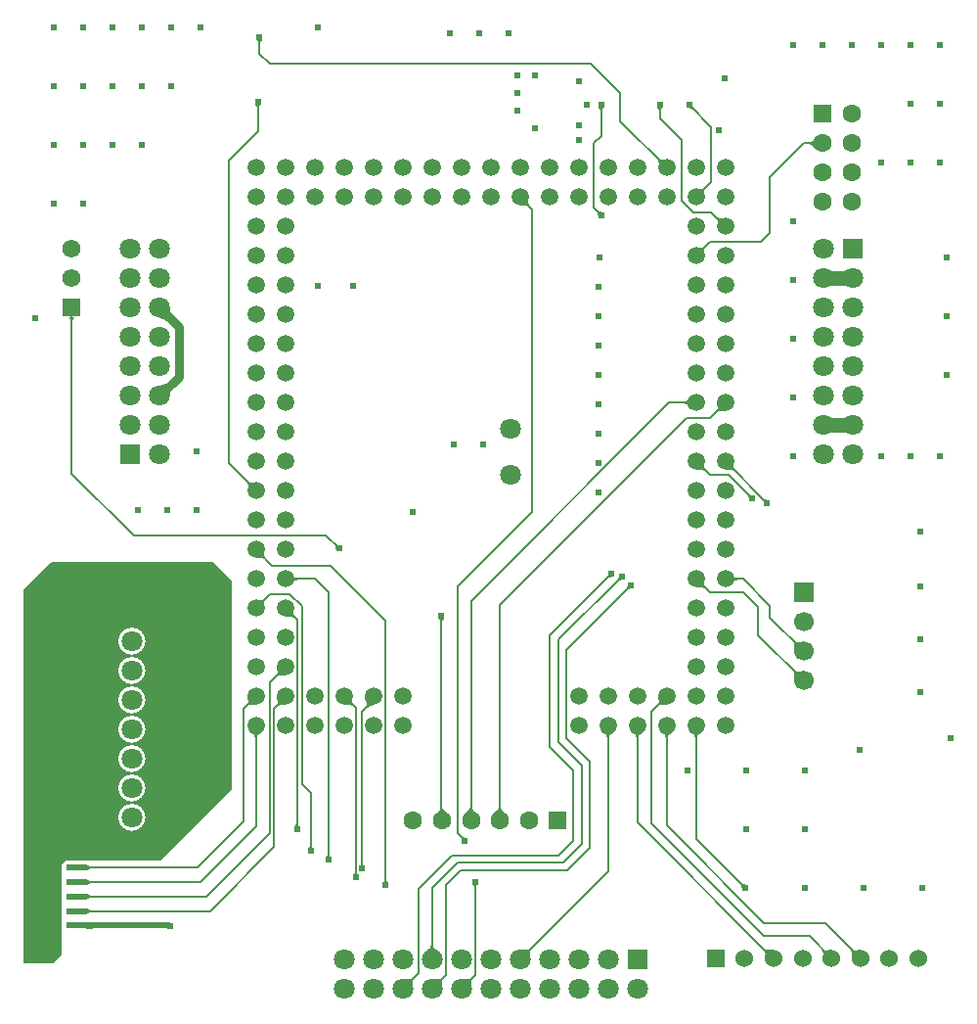
<source format=gbl>
G04 Layer: BottomLayer*
G04 EasyEDA Pro v2.1.21.9b64d12f.b3811b, 2024-07-11 22:11:45*
G04 Gerber Generator version 0.3*
G04 Scale: 100 percent, Rotated: No, Reflected: No*
G04 Dimensions in millimeters*
G04 Leading zeros omitted, absolute positions, 3 integers and 3 decimals*
%FSLAX33Y33*%
%MOMM*%
%ADD8191C,0.203*%
%ADD10C,1.5*%
%ADD11R,2.8X1.0*%
%ADD12R,1.7X0.6*%
%ADD13R,1.6X1.6*%
%ADD14C,1.6*%
%ADD15R,1.7042X1.7*%
%ADD16R,1.7X1.7*%
%ADD17C,1.7*%
%ADD18C,1.575*%
%ADD19R,1.575X1.575*%
%ADD20R,1.6X1.6*%
%ADD21C,1.6*%
%ADD22C,1.8*%
%ADD23R,1.8X1.8*%
%ADD24R,1.8X1.8*%
%ADD25R,1.8X1.8*%
%ADD26R,1.524X1.524*%
%ADD27C,1.524*%
%ADD28C,0.61*%
%ADD29C,0.203*%
%ADD30C,0.508*%
%ADD31C,1.27*%
%ADD32C,0.762*%
G75*


G04 Copper Start*
G36*
G01X-26820Y-46676D02*
G01X-26820Y-14509D01*
G01X-24477Y-12167D01*
G01X-10583D01*
G01X-8992Y-13758D01*
G01Y-31708D01*
G01X-15068Y-37784D01*
G01X-23211D01*
G03X-23283Y-37814I0J-102D01*
G01X-23694Y-38225D01*
G03X-23724Y-38297I72J-72D01*
G01Y-45995D01*
G01X-24405Y-46676D01*
G01X-26820D01*
G37*
%LPC*%
G36*
G01X-18784Y-34163D02*
G03X-17526Y-35421I1258J0D01*
G03X-16268Y-34163I0J1258D01*
G03X-17526Y-32905I-1258J0D01*
G03X-18784Y-34163I0J-1258D01*
G37*
G36*
G01X-18784Y-31623D02*
G03X-17526Y-32881I1258J0D01*
G03X-16268Y-31623I0J1258D01*
G03X-17526Y-30365I-1258J0D01*
G03X-18784Y-31623I0J-1258D01*
G37*
G36*
G01X-18784Y-29083D02*
G03X-17526Y-30341I1258J0D01*
G03X-16268Y-29083I0J1258D01*
G03X-17526Y-27825I-1258J0D01*
G03X-18784Y-29083I0J-1258D01*
G37*
G36*
G01X-18784Y-26543D02*
G03X-17526Y-27801I1258J0D01*
G03X-16268Y-26543I0J1258D01*
G03X-17526Y-25285I-1258J0D01*
G03X-18784Y-26543I0J-1258D01*
G37*
G36*
G01X-18784Y-24003D02*
G03X-17526Y-25261I1258J0D01*
G03X-16268Y-24003I0J1258D01*
G03X-17526Y-22745I-1258J0D01*
G03X-18784Y-24003I0J-1258D01*
G37*
G36*
G01X-18784Y-21463D02*
G03X-17526Y-22721I1258J0D01*
G03X-16268Y-21463I0J1258D01*
G03X-17526Y-20205I-1258J0D01*
G03X-18784Y-21463I0J-1258D01*
G37*
G36*
G01X-18784Y-18923D02*
G03X-17526Y-20181I1258J0D01*
G03X-16268Y-18923I0J1258D01*
G03X-17526Y-17665I-1258J0D01*
G03X-18784Y-18923I0J-1258D01*
G37*
%LPD*%
G54D8191*
G01X-26820Y-46676D02*
G01X-26820Y-14509D01*
G01X-24477Y-12167D01*
G01X-10583D01*
G01X-8992Y-13758D01*
G01Y-31708D01*
G01X-15068Y-37784D01*
G01X-23211D01*
G03X-23283Y-37814I0J-102D01*
G01X-23694Y-38225D01*
G03X-23724Y-38297I72J-72D01*
G01Y-45995D01*
G01X-24405Y-46676D01*
G01X-26820D01*
G01X-18784Y-34163D02*
G03X-17526Y-35421I1258J0D01*
G03X-16268Y-34163I0J1258D01*
G03X-17526Y-32905I-1258J0D01*
G03X-18784Y-34163I0J-1258D01*
G01X-18784Y-31623D02*
G03X-17526Y-32881I1258J0D01*
G03X-16268Y-31623I0J1258D01*
G03X-17526Y-30365I-1258J0D01*
G03X-18784Y-31623I0J-1258D01*
G01X-18784Y-29083D02*
G03X-17526Y-30341I1258J0D01*
G03X-16268Y-29083I0J1258D01*
G03X-17526Y-27825I-1258J0D01*
G03X-18784Y-29083I0J-1258D01*
G01X-18784Y-26543D02*
G03X-17526Y-27801I1258J0D01*
G03X-16268Y-26543I0J1258D01*
G03X-17526Y-25285I-1258J0D01*
G03X-18784Y-26543I0J-1258D01*
G01X-18784Y-24003D02*
G03X-17526Y-25261I1258J0D01*
G03X-16268Y-24003I0J1258D01*
G03X-17526Y-22745I-1258J0D01*
G03X-18784Y-24003I0J-1258D01*
G01X-18784Y-21463D02*
G03X-17526Y-22721I1258J0D01*
G03X-16268Y-21463I0J1258D01*
G03X-17526Y-20205I-1258J0D01*
G03X-18784Y-21463I0J-1258D01*
G01X-18784Y-18923D02*
G03X-17526Y-20181I1258J0D01*
G03X-16268Y-18923I0J1258D01*
G03X-17526Y-17665I-1258J0D01*
G03X-18784Y-18923I0J-1258D01*
G04 Copper End*

G04 Tear Start*
G36*
G01X33213Y17735D02*
G01X33069Y17591D01*
G01X33101Y17557D01*
G01X33118Y17536D01*
G01X33134Y17515D01*
G01X33147Y17494D01*
G01X33158Y17475D01*
G01X33167Y17455D01*
G01X33174Y17436D01*
G01X33179Y17418D01*
G01X33183Y17399D01*
G01X33185Y17381D01*
G01X33186Y17363D01*
G01X33185Y17345D01*
G01X33184Y17327D01*
G01X33180Y17299D01*
G01X33171Y17262D01*
G01X33141Y17149D01*
G01X33128Y17091D01*
G01X33119Y17040D01*
G01X33115Y17000D01*
G01X33113Y16956D01*
G01Y16910D01*
G01X33114Y16894D01*
G01X33910Y17689D01*
G01X33862Y17691D01*
G01X33818Y17690D01*
G01X33776Y17686D01*
G01X33725Y17678D01*
G01X33666Y17666D01*
G01X33552Y17635D01*
G01X33514Y17626D01*
G01X33486Y17621D01*
G01X33468Y17619D01*
G01X33450Y17618D01*
G01X33432D01*
G01X33413Y17619D01*
G01X33395Y17622D01*
G01X33377Y17627D01*
G01X33358Y17633D01*
G01X33339Y17641D01*
G01X33319Y17651D01*
G01X33299Y17663D01*
G01X33278Y17677D01*
G01X33257Y17694D01*
G01X33224Y17723D01*
G01X33213Y17735D01*
G37*
G36*
G01X32117Y15051D02*
G01X31973Y15195D01*
G01X31939Y15163D01*
G01X31918Y15145D01*
G01X31897Y15130D01*
G01X31876Y15117D01*
G01X31857Y15106D01*
G01X31837Y15097D01*
G01X31818Y15090D01*
G01X31800Y15084D01*
G01X31781Y15081D01*
G01X31763Y15079D01*
G01X31745Y15078D01*
G01X31727D01*
G01X31709Y15080D01*
G01X31681Y15084D01*
G01X31643Y15092D01*
G01X31531Y15123D01*
G01X31473Y15136D01*
G01X31422Y15144D01*
G01X31382Y15149D01*
G01X31338Y15151D01*
G01X31292Y15150D01*
G01X31276Y15149D01*
G01X32071Y14354D01*
G01X32073Y14401D01*
G01X32072Y14446D01*
G01X32068Y14487D01*
G01X32060Y14539D01*
G01X32048Y14598D01*
G01X32017Y14712D01*
G01X32008Y14750D01*
G01X32003Y14777D01*
G01X32001Y14796D01*
G01X32000Y14814D01*
G01Y14832D01*
G01X32001Y14850D01*
G01X32004Y14869D01*
G01X32009Y14887D01*
G01X32015Y14906D01*
G01X32023Y14925D01*
G01X32033Y14945D01*
G01X32045Y14965D01*
G01X32059Y14985D01*
G01X32076Y15006D01*
G01X32105Y15040D01*
G01X32117Y15051D01*
G37*
G36*
G01X33069Y1051D02*
G01X33213Y907D01*
G01X33246Y939D01*
G01X33268Y956D01*
G01X33289Y972D01*
G01X33309Y985D01*
G01X33329Y996D01*
G01X33348Y1005D01*
G01X33367Y1012D01*
G01X33386Y1017D01*
G01X33404Y1021D01*
G01X33423Y1023D01*
G01X33441Y1024D01*
G01X33459Y1023D01*
G01X33477Y1022D01*
G01X33505Y1018D01*
G01X33542Y1009D01*
G01X33655Y979D01*
G01X33713Y966D01*
G01X33763Y957D01*
G01X33804Y953D01*
G01X33847Y951D01*
G01X33894D01*
G01X33910Y952D01*
G01X33114Y1748D01*
G01X33113Y1700D01*
G01X33114Y1656D01*
G01X33118Y1615D01*
G01X33125Y1563D01*
G01X33138Y1504D01*
G01X33169Y1390D01*
G01X33178Y1352D01*
G01X33183Y1324D01*
G01X33185Y1306D01*
G01X33186Y1288D01*
G01Y1270D01*
G01X33184Y1251D01*
G01X33181Y1233D01*
G01X33177Y1215D01*
G01X33171Y1196D01*
G01X33163Y1177D01*
G01X33153Y1157D01*
G01X33141Y1137D01*
G01X33126Y1117D01*
G01X33110Y1095D01*
G01X33080Y1062D01*
G01X33069Y1051D01*
G37*
G36*
G01X30302Y1802D02*
G01X30302Y1599D01*
G01X30348Y1598D01*
G01X30376Y1595D01*
G01X30401Y1591D01*
G01X30425Y1586D01*
G01X30447Y1580D01*
G01X30467Y1573D01*
G01X30485Y1564D01*
G01X30502Y1555D01*
G01X30518Y1544D01*
G01X30532Y1533D01*
G01X30546Y1521D01*
G01X30558Y1507D01*
G01X30570Y1493D01*
G01X30586Y1471D01*
G01X30607Y1439D01*
G01X30665Y1338D01*
G01X30697Y1287D01*
G01X30727Y1245D01*
G01X30752Y1214D01*
G01X30782Y1181D01*
G01X30815Y1149D01*
G01X30827Y1138D01*
G01Y2263D01*
G01X30792Y2231D01*
G01X30762Y2199D01*
G01X30735Y2167D01*
G01X30704Y2125D01*
G01X30671Y2074D01*
G01X30612Y1972D01*
G01X30592Y1938D01*
G01X30576Y1915D01*
G01X30564Y1901D01*
G01X30552Y1888D01*
G01X30539Y1875D01*
G01X30525Y1863D01*
G01X30510Y1852D01*
G01X30494Y1842D01*
G01X30476Y1833D01*
G01X30457Y1825D01*
G01X30436Y1818D01*
G01X30414Y1813D01*
G01X30389Y1808D01*
G01X30362Y1805D01*
G01X30318Y1803D01*
G01X30302Y1802D01*
G37*
G36*
G01X34513Y-4173D02*
G01X34657Y-4029D01*
G01X34625Y-3996D01*
G01X34607Y-3974D01*
G01X34592Y-3953D01*
G01X34579Y-3933D01*
G01X34568Y-3913D01*
G01X34559Y-3894D01*
G01X34552Y-3875D01*
G01X34546Y-3856D01*
G01X34543Y-3838D01*
G01X34540Y-3819D01*
G01Y-3801D01*
G01Y-3783D01*
G01X34542Y-3765D01*
G01X34546Y-3737D01*
G01X34554Y-3700D01*
G01X34585Y-3587D01*
G01X34598Y-3529D01*
G01X34606Y-3479D01*
G01X34611Y-3438D01*
G01X34613Y-3395D01*
G01X34612Y-3348D01*
G01X34611Y-3332D01*
G01X33816Y-4128D01*
G01X33863Y-4129D01*
G01X33907Y-4128D01*
G01X33949Y-4124D01*
G01X34001Y-4117D01*
G01X34060Y-4104D01*
G01X34174Y-4073D01*
G01X34212Y-4064D01*
G01X34239Y-4059D01*
G01X34258Y-4057D01*
G01X34276Y-4056D01*
G01X34294D01*
G01X34312Y-4058D01*
G01X34330Y-4061D01*
G01X34349Y-4065D01*
G01X34368Y-4071D01*
G01X34387Y-4079D01*
G01X34406Y-4089D01*
G01X34426Y-4101D01*
G01X34447Y-4116D01*
G01X34468Y-4132D01*
G01X34501Y-4162D01*
G01X34513Y-4173D01*
G37*
G36*
G01X31973Y-4173D02*
G01X32117Y-4029D01*
G01X32085Y-3996D01*
G01X32067Y-3974D01*
G01X32052Y-3953D01*
G01X32039Y-3933D01*
G01X32028Y-3913D01*
G01X32019Y-3894D01*
G01X32012Y-3875D01*
G01X32006Y-3856D01*
G01X32003Y-3838D01*
G01X32000Y-3819D01*
G01Y-3801D01*
G01Y-3783D01*
G01X32002Y-3765D01*
G01X32006Y-3737D01*
G01X32014Y-3700D01*
G01X32045Y-3587D01*
G01X32058Y-3529D01*
G01X32066Y-3479D01*
G01X32071Y-3438D01*
G01X32073Y-3395D01*
G01X32072Y-3348D01*
G01X32071Y-3332D01*
G01X31276Y-4128D01*
G01X31323Y-4129D01*
G01X31367Y-4128D01*
G01X31409Y-4124D01*
G01X31461Y-4117D01*
G01X31520Y-4104D01*
G01X31634Y-4073D01*
G01X31672Y-4064D01*
G01X31699Y-4059D01*
G01X31718Y-4057D01*
G01X31736Y-4056D01*
G01X31754D01*
G01X31772Y-4058D01*
G01X31790Y-4061D01*
G01X31809Y-4065D01*
G01X31828Y-4071D01*
G01X31847Y-4079D01*
G01X31866Y-4089D01*
G01X31886Y-4101D01*
G01X31907Y-4116D01*
G01X31928Y-4132D01*
G01X31961Y-4162D01*
G01X31973Y-4173D01*
G37*
G36*
G01X31973Y-14333D02*
G01X32117Y-14189D01*
G01X32085Y-14156D01*
G01X32067Y-14134D01*
G01X32052Y-14113D01*
G01X32039Y-14093D01*
G01X32028Y-14073D01*
G01X32019Y-14054D01*
G01X32012Y-14035D01*
G01X32006Y-14016D01*
G01X32003Y-13998D01*
G01X32000Y-13979D01*
G01Y-13961D01*
G01Y-13943D01*
G01X32002Y-13925D01*
G01X32006Y-13897D01*
G01X32014Y-13860D01*
G01X32045Y-13747D01*
G01X32058Y-13689D01*
G01X32066Y-13639D01*
G01X32071Y-13598D01*
G01X32073Y-13555D01*
G01X32072Y-13508D01*
G01X32071Y-13492D01*
G01X31276Y-14288D01*
G01X31323Y-14289D01*
G01X31367Y-14288D01*
G01X31409Y-14284D01*
G01X31461Y-14277D01*
G01X31520Y-14264D01*
G01X31634Y-14233D01*
G01X31672Y-14224D01*
G01X31699Y-14219D01*
G01X31718Y-14217D01*
G01X31736Y-14216D01*
G01X31754D01*
G01X31772Y-14218D01*
G01X31790Y-14221D01*
G01X31809Y-14225D01*
G01X31828Y-14231D01*
G01X31847Y-14239D01*
G01X31866Y-14249D01*
G01X31886Y-14261D01*
G01X31907Y-14276D01*
G01X31928Y-14292D01*
G01X31961Y-14322D01*
G01X31973Y-14333D01*
G37*
G36*
G01X34884Y-13641D02*
G01X34884Y-13438D01*
G01X34838Y-13436D01*
G01X34810Y-13433D01*
G01X34784Y-13430D01*
G01X34760Y-13425D01*
G01X34739Y-13418D01*
G01X34719Y-13411D01*
G01X34700Y-13403D01*
G01X34683Y-13393D01*
G01X34668Y-13383D01*
G01X34653Y-13371D01*
G01X34640Y-13359D01*
G01X34627Y-13346D01*
G01X34616Y-13332D01*
G01X34599Y-13309D01*
G01X34578Y-13277D01*
G01X34520Y-13176D01*
G01X34489Y-13125D01*
G01X34459Y-13084D01*
G01X34433Y-13052D01*
G01X34404Y-13020D01*
G01X34371Y-12987D01*
G01X34359Y-12977D01*
G01Y-14102D01*
G01X34393Y-14069D01*
G01X34424Y-14037D01*
G01X34451Y-14005D01*
G01X34482Y-13963D01*
G01X34515Y-13912D01*
G01X34573Y-13810D01*
G01X34594Y-13777D01*
G01X34610Y-13754D01*
G01X34621Y-13739D01*
G01X34634Y-13726D01*
G01X34646Y-13713D01*
G01X34660Y-13701D01*
G01X34675Y-13690D01*
G01X34692Y-13680D01*
G01X34709Y-13671D01*
G01X34728Y-13664D01*
G01X34749Y-13657D01*
G01X34772Y-13651D01*
G01X34797Y-13647D01*
G01X34823Y-13643D01*
G01X34868Y-13641D01*
G01X34884D01*
G37*
G36*
G01X31221Y-27260D02*
G01X31424Y-27260D01*
G01X31426Y-27214D01*
G01X31428Y-27186D01*
G01X31432Y-27160D01*
G01X31437Y-27137D01*
G01X31444Y-27115D01*
G01X31451Y-27095D01*
G01X31459Y-27077D01*
G01X31469Y-27060D01*
G01X31479Y-27044D01*
G01X31491Y-27030D01*
G01X31503Y-27016D01*
G01X31516Y-27004D01*
G01X31530Y-26992D01*
G01X31553Y-26976D01*
G01X31585Y-26955D01*
G01X31686Y-26897D01*
G01X31736Y-26865D01*
G01X31778Y-26835D01*
G01X31810Y-26810D01*
G01X31842Y-26780D01*
G01X31874Y-26747D01*
G01X31885Y-26735D01*
G01X30760D01*
G01X30793Y-26770D01*
G01X30825Y-26800D01*
G01X30857Y-26827D01*
G01X30899Y-26858D01*
G01X30950Y-26891D01*
G01X31052Y-26950D01*
G01X31085Y-26970D01*
G01X31108Y-26986D01*
G01X31123Y-26998D01*
G01X31136Y-27010D01*
G01X31149Y-27023D01*
G01X31161Y-27037D01*
G01X31172Y-27052D01*
G01X31182Y-27068D01*
G01X31190Y-27086D01*
G01X31198Y-27105D01*
G01X31205Y-27126D01*
G01X31211Y-27148D01*
G01X31215Y-27173D01*
G01X31219Y-27200D01*
G01X31221Y-27244D01*
G01Y-27260D01*
G37*
G36*
G01X28681Y-27260D02*
G01X28884Y-27260D01*
G01X28886Y-27214D01*
G01X28888Y-27186D01*
G01X28892Y-27160D01*
G01X28897Y-27137D01*
G01X28904Y-27115D01*
G01X28911Y-27095D01*
G01X28919Y-27077D01*
G01X28929Y-27060D01*
G01X28939Y-27044D01*
G01X28951Y-27030D01*
G01X28963Y-27016D01*
G01X28976Y-27004D01*
G01X28990Y-26992D01*
G01X29013Y-26976D01*
G01X29045Y-26955D01*
G01X29146Y-26897D01*
G01X29196Y-26865D01*
G01X29238Y-26835D01*
G01X29270Y-26810D01*
G01X29302Y-26780D01*
G01X29334Y-26747D01*
G01X29345Y-26735D01*
G01X28220D01*
G01X28253Y-26770D01*
G01X28285Y-26800D01*
G01X28317Y-26827D01*
G01X28359Y-26858D01*
G01X28410Y-26891D01*
G01X28512Y-26950D01*
G01X28545Y-26970D01*
G01X28568Y-26986D01*
G01X28583Y-26998D01*
G01X28596Y-27010D01*
G01X28609Y-27023D01*
G01X28621Y-27037D01*
G01X28632Y-27052D01*
G01X28642Y-27068D01*
G01X28650Y-27086D01*
G01X28658Y-27105D01*
G01X28665Y-27126D01*
G01X28671Y-27148D01*
G01X28675Y-27173D01*
G01X28679Y-27200D01*
G01X28681Y-27244D01*
G01Y-27260D01*
G37*
G36*
G01X27989Y-24349D02*
G01X28133Y-24493D01*
G01X28166Y-24461D01*
G01X28188Y-24444D01*
G01X28209Y-24428D01*
G01X28229Y-24415D01*
G01X28249Y-24404D01*
G01X28268Y-24395D01*
G01X28287Y-24388D01*
G01X28306Y-24383D01*
G01X28324Y-24379D01*
G01X28343Y-24377D01*
G01X28361Y-24376D01*
G01X28379Y-24377D01*
G01X28397Y-24378D01*
G01X28425Y-24382D01*
G01X28462Y-24391D01*
G01X28575Y-24421D01*
G01X28633Y-24434D01*
G01X28683Y-24443D01*
G01X28724Y-24447D01*
G01X28767Y-24449D01*
G01X28814D01*
G01X28830Y-24448D01*
G01X28034Y-23652D01*
G01X28033Y-23700D01*
G01X28034Y-23744D01*
G01X28038Y-23785D01*
G01X28045Y-23837D01*
G01X28058Y-23896D01*
G01X28089Y-24010D01*
G01X28098Y-24048D01*
G01X28103Y-24076D01*
G01X28105Y-24094D01*
G01X28106Y-24112D01*
G01Y-24130D01*
G01X28104Y-24149D01*
G01X28101Y-24167D01*
G01X28097Y-24185D01*
G01X28091Y-24204D01*
G01X28083Y-24223D01*
G01X28073Y-24243D01*
G01X28061Y-24263D01*
G01X28046Y-24283D01*
G01X28030Y-24305D01*
G01X28000Y-24338D01*
G01X27989Y-24349D01*
G37*
G36*
G01X26141Y-27260D02*
G01X26344Y-27260D01*
G01X26346Y-27214D01*
G01X26348Y-27186D01*
G01X26352Y-27160D01*
G01X26357Y-27137D01*
G01X26364Y-27115D01*
G01X26371Y-27095D01*
G01X26379Y-27077D01*
G01X26389Y-27060D01*
G01X26399Y-27044D01*
G01X26411Y-27030D01*
G01X26423Y-27016D01*
G01X26436Y-27004D01*
G01X26450Y-26992D01*
G01X26473Y-26976D01*
G01X26505Y-26955D01*
G01X26606Y-26897D01*
G01X26656Y-26865D01*
G01X26698Y-26835D01*
G01X26730Y-26810D01*
G01X26762Y-26780D01*
G01X26794Y-26747D01*
G01X26805Y-26735D01*
G01X25680D01*
G01X25713Y-26770D01*
G01X25745Y-26800D01*
G01X25777Y-26827D01*
G01X25819Y-26858D01*
G01X25870Y-26891D01*
G01X25972Y-26950D01*
G01X26005Y-26970D01*
G01X26028Y-26986D01*
G01X26043Y-26998D01*
G01X26056Y-27010D01*
G01X26069Y-27023D01*
G01X26081Y-27037D01*
G01X26092Y-27052D01*
G01X26102Y-27068D01*
G01X26110Y-27086D01*
G01X26118Y-27105D01*
G01X26125Y-27126D01*
G01X26131Y-27148D01*
G01X26135Y-27173D01*
G01X26139Y-27200D01*
G01X26141Y-27244D01*
G01Y-27260D01*
G37*
G36*
G01X23601Y-27260D02*
G01X23804Y-27260D01*
G01X23806Y-27214D01*
G01X23808Y-27186D01*
G01X23812Y-27160D01*
G01X23817Y-27137D01*
G01X23824Y-27115D01*
G01X23831Y-27095D01*
G01X23839Y-27077D01*
G01X23849Y-27060D01*
G01X23859Y-27044D01*
G01X23871Y-27030D01*
G01X23883Y-27016D01*
G01X23896Y-27004D01*
G01X23910Y-26992D01*
G01X23933Y-26976D01*
G01X23965Y-26955D01*
G01X24066Y-26897D01*
G01X24116Y-26865D01*
G01X24158Y-26835D01*
G01X24190Y-26810D01*
G01X24222Y-26780D01*
G01X24254Y-26747D01*
G01X24265Y-26735D01*
G01X23140D01*
G01X23173Y-26770D01*
G01X23205Y-26800D01*
G01X23237Y-26827D01*
G01X23279Y-26858D01*
G01X23330Y-26891D01*
G01X23432Y-26950D01*
G01X23465Y-26970D01*
G01X23488Y-26986D01*
G01X23503Y-26998D01*
G01X23516Y-27010D01*
G01X23529Y-27023D01*
G01X23541Y-27037D01*
G01X23552Y-27052D01*
G01X23562Y-27068D01*
G01X23570Y-27086D01*
G01X23578Y-27105D01*
G01X23585Y-27126D01*
G01X23591Y-27148D01*
G01X23595Y-27173D01*
G01X23599Y-27200D01*
G01X23601Y-27244D01*
G01Y-27260D01*
G37*
G36*
G01X2764Y-24524D02*
G01X2908Y-24668D01*
G01X2931Y-24647D01*
G01X2956Y-24626D01*
G01X2984Y-24606D01*
G01X3031Y-24578D01*
G01X3080Y-24551D01*
G01X3133Y-24526D01*
G01X3187Y-24505D01*
G01X3242Y-24486D01*
G01X3296Y-24470D01*
G01X3349Y-24458D01*
G01X3399Y-24451D01*
G01X3430Y-24448D01*
G01X2634Y-23652D01*
G01Y-23678D01*
G01X2635Y-23704D01*
G01X2638Y-23731D01*
G01X2646Y-23773D01*
G01X2656Y-23816D01*
G01X2679Y-23890D01*
G01X2764Y-24117D01*
G01X2794Y-24207D01*
G01X2809Y-24264D01*
G01X2817Y-24306D01*
G01X2820Y-24333D01*
G01X2822Y-24359D01*
G01Y-24384D01*
G01X2819Y-24409D01*
G01X2818Y-24420D01*
G01X2815Y-24432D01*
G01X2812Y-24443D01*
G01X2808Y-24455D01*
G01X2804Y-24465D01*
G01X2799Y-24476D01*
G01X2794Y-24486D01*
G01X2787Y-24496D01*
G01X2780Y-24506D01*
G01X2772Y-24515D01*
G01X2764Y-24524D01*
G37*
G36*
G01X1493Y-24493D02*
G01X1637Y-24349D01*
G01X1605Y-24316D01*
G01X1587Y-24294D01*
G01X1572Y-24273D01*
G01X1559Y-24253D01*
G01X1548Y-24233D01*
G01X1539Y-24214D01*
G01X1532Y-24195D01*
G01X1526Y-24176D01*
G01X1523Y-24158D01*
G01X1520Y-24139D01*
G01Y-24121D01*
G01Y-24103D01*
G01X1522Y-24085D01*
G01X1526Y-24057D01*
G01X1534Y-24020D01*
G01X1565Y-23907D01*
G01X1578Y-23849D01*
G01X1586Y-23799D01*
G01X1591Y-23758D01*
G01X1593Y-23715D01*
G01X1592Y-23668D01*
G01X1591Y-23652D01*
G01X796Y-24448D01*
G01X843Y-24449D01*
G01X887Y-24448D01*
G01X929Y-24444D01*
G01X981Y-24437D01*
G01X1040Y-24424D01*
G01X1154Y-24393D01*
G01X1192Y-24384D01*
G01X1219Y-24379D01*
G01X1238Y-24377D01*
G01X1256Y-24376D01*
G01X1274D01*
G01X1292Y-24378D01*
G01X1310Y-24381D01*
G01X1329Y-24385D01*
G01X1348Y-24391D01*
G01X1367Y-24399D01*
G01X1386Y-24409D01*
G01X1406Y-24421D01*
G01X1427Y-24436D01*
G01X1448Y-24452D01*
G01X1481Y-24482D01*
G01X1493Y-24493D01*
G37*
G36*
G01X-6879Y-27260D02*
G01X-6676Y-27260D01*
G01X-6674Y-27214D01*
G01X-6672Y-27186D01*
G01X-6668Y-27160D01*
G01X-6663Y-27137D01*
G01X-6656Y-27115D01*
G01X-6649Y-27095D01*
G01X-6641Y-27077D01*
G01X-6631Y-27060D01*
G01X-6621Y-27044D01*
G01X-6609Y-27030D01*
G01X-6597Y-27016D01*
G01X-6584Y-27004D01*
G01X-6570Y-26992D01*
G01X-6547Y-26976D01*
G01X-6515Y-26955D01*
G01X-6414Y-26897D01*
G01X-6364Y-26865D01*
G01X-6322Y-26835D01*
G01X-6290Y-26810D01*
G01X-6258Y-26780D01*
G01X-6226Y-26747D01*
G01X-6215Y-26735D01*
G01X-7340D01*
G01X-7307Y-26770D01*
G01X-7275Y-26800D01*
G01X-7243Y-26827D01*
G01X-7201Y-26858D01*
G01X-7150Y-26891D01*
G01X-7048Y-26950D01*
G01X-7015Y-26970D01*
G01X-6992Y-26986D01*
G01X-6977Y-26998D01*
G01X-6964Y-27010D01*
G01X-6951Y-27023D01*
G01X-6939Y-27037D01*
G01X-6928Y-27052D01*
G01X-6918Y-27068D01*
G01X-6910Y-27086D01*
G01X-6902Y-27105D01*
G01X-6895Y-27126D01*
G01X-6889Y-27148D01*
G01X-6885Y-27173D01*
G01X-6881Y-27200D01*
G01X-6879Y-27244D01*
G01Y-27260D01*
G37*
G36*
G01X-4983Y-24397D02*
G01X-4839Y-24541D01*
G01X-4810Y-24514D01*
G01X-4791Y-24498D01*
G01X-4773Y-24484D01*
G01X-4754Y-24472D01*
G01X-4736Y-24461D01*
G01X-4718Y-24452D01*
G01X-4700Y-24444D01*
G01X-4682Y-24437D01*
G01X-4664Y-24432D01*
G01X-4647Y-24428D01*
G01X-4629Y-24425D01*
G01X-4611Y-24423D01*
G01X-4584Y-24422D01*
G01X-4556D01*
G01X-4519Y-24425D01*
G01X-4387Y-24441D01*
G01X-4319Y-24447D01*
G01X-4257Y-24449D01*
G01X-4204Y-24448D01*
G01X-4190D01*
G01X-4986Y-23652D01*
G01Y-23692D01*
G01X-4983Y-23736D01*
G01X-4971Y-23833D01*
G01X-4933Y-24073D01*
G01X-4925Y-24152D01*
G01X-4924Y-24202D01*
G01X-4926Y-24249D01*
G01X-4928Y-24272D01*
G01X-4932Y-24293D01*
G01X-4937Y-24314D01*
G01X-4943Y-24333D01*
G01X-4951Y-24351D01*
G01X-4960Y-24368D01*
G01X-4971Y-24383D01*
G01X-4983Y-24397D01*
G37*
G36*
G01X-7571Y-24349D02*
G01X-7427Y-24493D01*
G01X-7394Y-24461D01*
G01X-7372Y-24444D01*
G01X-7351Y-24428D01*
G01X-7331Y-24415D01*
G01X-7311Y-24404D01*
G01X-7292Y-24395D01*
G01X-7273Y-24388D01*
G01X-7254Y-24383D01*
G01X-7236Y-24379D01*
G01X-7217Y-24377D01*
G01X-7199Y-24376D01*
G01X-7181Y-24377D01*
G01X-7163Y-24378D01*
G01X-7135Y-24382D01*
G01X-7098Y-24391D01*
G01X-6985Y-24421D01*
G01X-6927Y-24434D01*
G01X-6877Y-24443D01*
G01X-6836Y-24447D01*
G01X-6793Y-24449D01*
G01X-6746D01*
G01X-6730Y-24448D01*
G01X-7526Y-23652D01*
G01X-7527Y-23700D01*
G01X-7526Y-23744D01*
G01X-7522Y-23785D01*
G01X-7515Y-23837D01*
G01X-7502Y-23896D01*
G01X-7471Y-24010D01*
G01X-7462Y-24048D01*
G01X-7457Y-24076D01*
G01X-7455Y-24094D01*
G01X-7454Y-24112D01*
G01Y-24130D01*
G01X-7456Y-24149D01*
G01X-7459Y-24167D01*
G01X-7463Y-24185D01*
G01X-7469Y-24204D01*
G01X-7477Y-24223D01*
G01X-7487Y-24243D01*
G01X-7499Y-24263D01*
G01X-7514Y-24283D01*
G01X-7530Y-24305D01*
G01X-7560Y-24338D01*
G01X-7571Y-24349D01*
G37*
G36*
G01X-5031Y-21809D02*
G01X-4887Y-21953D01*
G01X-4854Y-21921D01*
G01X-4832Y-21904D01*
G01X-4811Y-21888D01*
G01X-4791Y-21875D01*
G01X-4771Y-21864D01*
G01X-4752Y-21855D01*
G01X-4733Y-21848D01*
G01X-4714Y-21843D01*
G01X-4696Y-21839D01*
G01X-4677Y-21837D01*
G01X-4659Y-21836D01*
G01X-4641Y-21837D01*
G01X-4623Y-21838D01*
G01X-4595Y-21842D01*
G01X-4558Y-21851D01*
G01X-4445Y-21881D01*
G01X-4387Y-21894D01*
G01X-4337Y-21903D01*
G01X-4296Y-21907D01*
G01X-4253Y-21909D01*
G01X-4206D01*
G01X-4190Y-21908D01*
G01X-4986Y-21112D01*
G01X-4987Y-21160D01*
G01X-4986Y-21204D01*
G01X-4982Y-21245D01*
G01X-4975Y-21297D01*
G01X-4962Y-21356D01*
G01X-4931Y-21470D01*
G01X-4922Y-21508D01*
G01X-4917Y-21536D01*
G01X-4915Y-21554D01*
G01X-4914Y-21572D01*
G01Y-21590D01*
G01X-4916Y-21609D01*
G01X-4919Y-21627D01*
G01X-4923Y-21645D01*
G01X-4929Y-21664D01*
G01X-4937Y-21683D01*
G01X-4947Y-21703D01*
G01X-4959Y-21723D01*
G01X-4974Y-21743D01*
G01X-4990Y-21765D01*
G01X-5020Y-21798D01*
G01X-5031Y-21809D01*
G37*
G36*
G01X-3587Y-16873D02*
G01X-3443Y-16729D01*
G01X-3475Y-16696D01*
G01X-3493Y-16674D01*
G01X-3508Y-16653D01*
G01X-3521Y-16633D01*
G01X-3532Y-16613D01*
G01X-3541Y-16594D01*
G01X-3548Y-16575D01*
G01X-3554Y-16556D01*
G01X-3557Y-16538D01*
G01X-3560Y-16519D01*
G01Y-16501D01*
G01Y-16483D01*
G01X-3558Y-16465D01*
G01X-3554Y-16437D01*
G01X-3546Y-16400D01*
G01X-3515Y-16287D01*
G01X-3502Y-16229D01*
G01X-3494Y-16179D01*
G01X-3489Y-16138D01*
G01X-3487Y-16095D01*
G01X-3488Y-16048D01*
G01X-3489Y-16032D01*
G01X-4284Y-16828D01*
G01X-4237Y-16829D01*
G01X-4193Y-16828D01*
G01X-4151Y-16824D01*
G01X-4099Y-16817D01*
G01X-4040Y-16804D01*
G01X-3926Y-16773D01*
G01X-3888Y-16764D01*
G01X-3861Y-16759D01*
G01X-3842Y-16757D01*
G01X-3824Y-16756D01*
G01X-3806D01*
G01X-3788Y-16758D01*
G01X-3770Y-16761D01*
G01X-3751Y-16765D01*
G01X-3732Y-16771D01*
G01X-3713Y-16779D01*
G01X-3694Y-16789D01*
G01X-3674Y-16801D01*
G01X-3653Y-16816D01*
G01X-3632Y-16832D01*
G01X-3599Y-16862D01*
G01X-3587Y-16873D01*
G37*
G36*
G01X-5983Y-15429D02*
G01X-6127Y-15285D01*
G01X-6161Y-15317D01*
G01X-6182Y-15335D01*
G01X-6203Y-15350D01*
G01X-6224Y-15363D01*
G01X-6243Y-15374D01*
G01X-6263Y-15383D01*
G01X-6282Y-15390D01*
G01X-6300Y-15396D01*
G01X-6319Y-15399D01*
G01X-6337Y-15401D01*
G01X-6355Y-15402D01*
G01X-6373D01*
G01X-6391Y-15400D01*
G01X-6419Y-15396D01*
G01X-6457Y-15388D01*
G01X-6569Y-15357D01*
G01X-6627Y-15344D01*
G01X-6678Y-15336D01*
G01X-6718Y-15331D01*
G01X-6762Y-15329D01*
G01X-6808Y-15330D01*
G01X-6824Y-15331D01*
G01X-6029Y-16126D01*
G01X-6027Y-16079D01*
G01X-6028Y-16034D01*
G01X-6032Y-15993D01*
G01X-6040Y-15941D01*
G01X-6052Y-15882D01*
G01X-6083Y-15768D01*
G01X-6092Y-15730D01*
G01X-6097Y-15703D01*
G01X-6099Y-15684D01*
G01X-6100Y-15666D01*
G01Y-15648D01*
G01X-6099Y-15630D01*
G01X-6096Y-15611D01*
G01X-6091Y-15593D01*
G01X-6085Y-15574D01*
G01X-6077Y-15555D01*
G01X-6067Y-15535D01*
G01X-6055Y-15515D01*
G01X-6041Y-15495D01*
G01X-6024Y-15474D01*
G01X-5995Y-15440D01*
G01X-5983Y-15429D01*
G37*
G36*
G01X-3216Y-13641D02*
G01X-3216Y-13438D01*
G01X-3262Y-13436D01*
G01X-3290Y-13433D01*
G01X-3316Y-13430D01*
G01X-3340Y-13425D01*
G01X-3361Y-13418D01*
G01X-3381Y-13411D01*
G01X-3400Y-13403D01*
G01X-3417Y-13393D01*
G01X-3432Y-13383D01*
G01X-3447Y-13371D01*
G01X-3460Y-13359D01*
G01X-3473Y-13346D01*
G01X-3484Y-13332D01*
G01X-3501Y-13309D01*
G01X-3522Y-13277D01*
G01X-3580Y-13176D01*
G01X-3611Y-13125D01*
G01X-3641Y-13084D01*
G01X-3667Y-13052D01*
G01X-3696Y-13020D01*
G01X-3729Y-12987D01*
G01X-3741Y-12977D01*
G01Y-14102D01*
G01X-3707Y-14069D01*
G01X-3676Y-14037D01*
G01X-3649Y-14005D01*
G01X-3618Y-13963D01*
G01X-3585Y-13912D01*
G01X-3527Y-13810D01*
G01X-3506Y-13777D01*
G01X-3490Y-13754D01*
G01X-3479Y-13739D01*
G01X-3466Y-13726D01*
G01X-3454Y-13713D01*
G01X-3440Y-13701D01*
G01X-3425Y-13690D01*
G01X-3408Y-13680D01*
G01X-3391Y-13671D01*
G01X-3372Y-13664D01*
G01X-3351Y-13657D01*
G01X-3328Y-13651D01*
G01X-3303Y-13647D01*
G01X-3277Y-13643D01*
G01X-3232Y-13641D01*
G01X-3216D01*
G37*
G36*
G01X-6127Y-11793D02*
G01X-5983Y-11649D01*
G01X-6015Y-11616D01*
G01X-6033Y-11594D01*
G01X-6048Y-11573D01*
G01X-6061Y-11553D01*
G01X-6072Y-11533D01*
G01X-6081Y-11514D01*
G01X-6088Y-11495D01*
G01X-6094Y-11476D01*
G01X-6097Y-11458D01*
G01X-6100Y-11439D01*
G01Y-11421D01*
G01Y-11403D01*
G01X-6098Y-11385D01*
G01X-6094Y-11357D01*
G01X-6086Y-11320D01*
G01X-6055Y-11207D01*
G01X-6042Y-11149D01*
G01X-6034Y-11099D01*
G01X-6029Y-11058D01*
G01X-6027Y-11015D01*
G01X-6028Y-10968D01*
G01X-6029Y-10952D01*
G01X-6824Y-11748D01*
G01X-6777Y-11749D01*
G01X-6733Y-11748D01*
G01X-6691Y-11744D01*
G01X-6639Y-11737D01*
G01X-6580Y-11724D01*
G01X-6466Y-11693D01*
G01X-6428Y-11684D01*
G01X-6401Y-11679D01*
G01X-6382Y-11677D01*
G01X-6364Y-11676D01*
G01X-6346D01*
G01X-6328Y-11678D01*
G01X-6310Y-11681D01*
G01X-6291Y-11685D01*
G01X-6272Y-11691D01*
G01X-6253Y-11699D01*
G01X-6234Y-11709D01*
G01X-6214Y-11721D01*
G01X-6193Y-11736D01*
G01X-6172Y-11752D01*
G01X-6139Y-11782D01*
G01X-6127Y-11793D01*
G37*
G36*
G01X-7427Y-5125D02*
G01X-7571Y-5269D01*
G01X-7539Y-5303D01*
G01X-7522Y-5324D01*
G01X-7506Y-5345D01*
G01X-7493Y-5366D01*
G01X-7482Y-5385D01*
G01X-7473Y-5405D01*
G01X-7466Y-5424D01*
G01X-7461Y-5442D01*
G01X-7457Y-5461D01*
G01X-7455Y-5479D01*
G01X-7454Y-5497D01*
G01X-7455Y-5515D01*
G01X-7456Y-5533D01*
G01X-7460Y-5561D01*
G01X-7469Y-5598D01*
G01X-7499Y-5711D01*
G01X-7512Y-5769D01*
G01X-7521Y-5820D01*
G01X-7525Y-5860D01*
G01X-7527Y-5904D01*
G01Y-5950D01*
G01X-7526Y-5966D01*
G01X-6730Y-5171D01*
G01X-6778Y-5169D01*
G01X-6822Y-5170D01*
G01X-6864Y-5174D01*
G01X-6915Y-5182D01*
G01X-6974Y-5194D01*
G01X-7088Y-5225D01*
G01X-7126Y-5234D01*
G01X-7154Y-5239D01*
G01X-7172Y-5241D01*
G01X-7190Y-5242D01*
G01X-7208D01*
G01X-7227Y-5241D01*
G01X-7245Y-5238D01*
G01X-7263Y-5233D01*
G01X-7282Y-5227D01*
G01X-7301Y-5219D01*
G01X-7321Y-5209D01*
G01X-7341Y-5197D01*
G01X-7362Y-5183D01*
G01X-7383Y-5166D01*
G01X-7416Y-5137D01*
G01X-7427Y-5125D01*
G37*
G36*
G01X16733Y18687D02*
G01X16877Y18831D01*
G01X16845Y18864D01*
G01X16827Y18886D01*
G01X16812Y18907D01*
G01X16799Y18927D01*
G01X16788Y18947D01*
G01X16779Y18966D01*
G01X16772Y18985D01*
G01X16766Y19004D01*
G01X16763Y19022D01*
G01X16760Y19041D01*
G01Y19059D01*
G01Y19077D01*
G01X16762Y19095D01*
G01X16766Y19123D01*
G01X16774Y19160D01*
G01X16805Y19273D01*
G01X16818Y19331D01*
G01X16826Y19381D01*
G01X16831Y19422D01*
G01X16833Y19465D01*
G01X16832Y19512D01*
G01X16831Y19528D01*
G01X16036Y18732D01*
G01X16083Y18731D01*
G01X16127Y18732D01*
G01X16169Y18736D01*
G01X16221Y18743D01*
G01X16280Y18756D01*
G01X16394Y18787D01*
G01X16432Y18796D01*
G01X16459Y18801D01*
G01X16478Y18803D01*
G01X16496Y18804D01*
G01X16514D01*
G01X16532Y18802D01*
G01X16550Y18799D01*
G01X16569Y18795D01*
G01X16588Y18789D01*
G01X16607Y18781D01*
G01X16626Y18771D01*
G01X16646Y18759D01*
G01X16667Y18744D01*
G01X16688Y18728D01*
G01X16721Y18698D01*
G01X16733Y18687D01*
G37*
G36*
G01X32117Y20131D02*
G01X31973Y20275D01*
G01X31939Y20243D01*
G01X31918Y20225D01*
G01X31897Y20210D01*
G01X31876Y20197D01*
G01X31857Y20186D01*
G01X31837Y20177D01*
G01X31818Y20170D01*
G01X31800Y20164D01*
G01X31781Y20161D01*
G01X31763Y20159D01*
G01X31745Y20158D01*
G01X31727D01*
G01X31709Y20160D01*
G01X31681Y20164D01*
G01X31643Y20172D01*
G01X31531Y20203D01*
G01X31473Y20216D01*
G01X31422Y20224D01*
G01X31382Y20229D01*
G01X31338Y20231D01*
G01X31292Y20230D01*
G01X31276Y20229D01*
G01X32071Y19434D01*
G01X32073Y19481D01*
G01X32072Y19526D01*
G01X32068Y19567D01*
G01X32060Y19619D01*
G01X32048Y19678D01*
G01X32017Y19792D01*
G01X32008Y19830D01*
G01X32003Y19857D01*
G01X32001Y19876D01*
G01X32000Y19894D01*
G01Y19912D01*
G01X32001Y19930D01*
G01X32004Y19949D01*
G01X32009Y19967D01*
G01X32015Y19986D01*
G01X32023Y20005D01*
G01X32033Y20025D01*
G01X32045Y20045D01*
G01X32059Y20065D01*
G01X32076Y20086D01*
G01X32105Y20120D01*
G01X32117Y20131D01*
G37*
G36*
G01X28131Y22813D02*
G01X27987Y22669D01*
G01X28019Y22636D01*
G01X28036Y22614D01*
G01X28052Y22593D01*
G01X28065Y22573D01*
G01X28076Y22553D01*
G01X28085Y22534D01*
G01X28092Y22515D01*
G01X28097Y22497D01*
G01X28101Y22478D01*
G01X28103Y22460D01*
G01X28104Y22442D01*
G01Y22424D01*
G01X28102Y22405D01*
G01X28098Y22378D01*
G01X28090Y22340D01*
G01X28060Y22228D01*
G01X28047Y22170D01*
G01X28039Y22120D01*
G01X28035Y22079D01*
G01X28033Y22036D01*
G01Y21990D01*
G01X28034Y21974D01*
G01X28830Y22769D01*
G01X28794Y22770D01*
G01X28711Y22767D01*
G01X28461Y22749D01*
G01X28385Y22747D01*
G01X28336Y22749D01*
G01X28290Y22752D01*
G01X28246Y22759D01*
G01X28226Y22764D01*
G01X28207Y22769D01*
G01X28189Y22776D01*
G01X28172Y22783D01*
G01X28157Y22792D01*
G01X28143Y22802D01*
G01X28131Y22813D01*
G37*
G36*
G01X-21146Y-39863D02*
G01X-21146Y-39659D01*
G02X-21451Y-39507I0J381D01*
G01Y-40015D01*
G02X-21146Y-39863I305J-229D01*
G37*
G36*
G01X-21146Y-41113D02*
G01X-21146Y-40910D01*
G02X-21451Y-40757I0J381D01*
G01Y-41265D01*
G02X-21146Y-41113I305J-229D01*
G37*
G36*
G01X-21146Y-42363D02*
G01X-21146Y-42160D01*
G02X-21451Y-42007I0J381D01*
G01Y-42515D01*
G02X-21146Y-42363I305J-229D01*
G37*
G36*
G01X-20689Y-43765D02*
G01X-20689Y-43257D01*
G02X-21451Y-43211I0J6334D01*
G01Y-43811D01*
G02X-20689Y-43765I762J-6288D01*
G37*
G36*
G01X-21146Y-38612D02*
G01X-21146Y-38409D01*
G02X-21451Y-38257I0J381D01*
G01Y-38765D01*
G02X-21146Y-38612I305J-229D01*
G37*
G36*
G01X14432Y-33328D02*
G01X14229Y-33328D01*
G01X14228Y-33345D01*
G01X14225Y-33363D01*
G01X14220Y-33382D01*
G01X14213Y-33400D01*
G01X14204Y-33419D01*
G01X14194Y-33437D01*
G01X14169Y-33475D01*
G01X14139Y-33513D01*
G01X14104Y-33550D01*
G01X14047Y-33607D01*
G01X13861Y-33767D01*
G01X13772Y-33846D01*
G01X13743Y-33874D01*
G01X13731Y-33888D01*
G01X14931D01*
G01X14905Y-33860D01*
G01X14838Y-33800D01*
G01X14635Y-33625D01*
G01X14576Y-33569D01*
G01X14539Y-33532D01*
G01X14507Y-33494D01*
G01X14479Y-33456D01*
G01X14468Y-33437D01*
G01X14457Y-33419D01*
G01X14449Y-33400D01*
G01X14442Y-33382D01*
G01X14437Y-33363D01*
G01X14433Y-33345D01*
G01X14432Y-33328D01*
G37*
G36*
G01X11933Y-33328D02*
G01X11730Y-33328D01*
G01X11729Y-33345D01*
G01X11725Y-33363D01*
G01X11720Y-33382D01*
G01X11713Y-33400D01*
G01X11705Y-33419D01*
G01X11694Y-33437D01*
G01X11669Y-33475D01*
G01X11639Y-33513D01*
G01X11605Y-33550D01*
G01X11547Y-33607D01*
G01X11362Y-33767D01*
G01X11272Y-33846D01*
G01X11244Y-33874D01*
G01X11231Y-33888D01*
G01X12431D01*
G01X12405Y-33860D01*
G01X12339Y-33800D01*
G01X12135Y-33625D01*
G01X12076Y-33569D01*
G01X12040Y-33532D01*
G01X12008Y-33494D01*
G01X11980Y-33456D01*
G01X11968Y-33437D01*
G01X11958Y-33419D01*
G01X11949Y-33400D01*
G01X11942Y-33382D01*
G01X11937Y-33363D01*
G01X11934Y-33345D01*
G01X11933Y-33328D01*
G37*
G36*
G01X9373Y-33328D02*
G01X9169Y-33328D01*
G01X9168Y-33372D01*
G01X9165Y-33399D01*
G01X9162Y-33424D01*
G01X9157Y-33448D01*
G01X9151Y-33470D01*
G01X9144Y-33491D01*
G01X9136Y-33511D01*
G01X9127Y-33529D01*
G01X9117Y-33546D01*
G01X9106Y-33562D01*
G01X9095Y-33577D01*
G01X9082Y-33592D01*
G01X9062Y-33613D01*
G01X9040Y-33632D01*
G01X9001Y-33664D01*
G01X8883Y-33749D01*
G01X8834Y-33789D01*
G01X8793Y-33825D01*
G01X8752Y-33865D01*
G01X8732Y-33888D01*
G01X9932D01*
G01X9903Y-33858D01*
G01X9868Y-33827D01*
G01X9786Y-33763D01*
G01X9577Y-33610D01*
G01X9513Y-33556D01*
G01X9474Y-33519D01*
G01X9440Y-33482D01*
G01X9426Y-33463D01*
G01X9412Y-33444D01*
G01X9401Y-33425D01*
G01X9391Y-33406D01*
G01X9383Y-33387D01*
G01X9377Y-33367D01*
G01X9374Y-33347D01*
G01X9373Y-33328D01*
G37*
G36*
G01X39894Y-18922D02*
G01X39750Y-19066D01*
G01X39763Y-19080D01*
G01X39774Y-19096D01*
G01X39784Y-19114D01*
G01X39792Y-19133D01*
G01X39800Y-19153D01*
G01X39806Y-19175D01*
G01X39811Y-19198D01*
G01X39818Y-19248D01*
G01X39822Y-19301D01*
G01Y-19385D01*
G01X39813Y-19532D01*
G01X39792Y-19779D01*
G01X39791Y-19846D01*
G01X39792Y-19865D01*
G01X40693Y-18964D01*
G01X40653Y-18963D01*
G01X40582Y-18966D01*
G01X40301Y-18990D01*
G01X40184Y-18995D01*
G01X40129Y-18994D01*
G01X40076Y-18990D01*
G01X40026Y-18983D01*
G01X40003Y-18978D01*
G01X39981Y-18972D01*
G01X39961Y-18964D01*
G01X39942Y-18956D01*
G01X39924Y-18946D01*
G01X39908Y-18935D01*
G01X39894Y-18922D01*
G37*
G36*
G01X39894Y-21462D02*
G01X39750Y-21606D01*
G01X39763Y-21620D01*
G01X39774Y-21636D01*
G01X39784Y-21654D01*
G01X39792Y-21673D01*
G01X39800Y-21693D01*
G01X39806Y-21715D01*
G01X39811Y-21738D01*
G01X39818Y-21788D01*
G01X39822Y-21841D01*
G01Y-21925D01*
G01X39813Y-22072D01*
G01X39792Y-22319D01*
G01X39791Y-22386D01*
G01X39792Y-22405D01*
G01X40693Y-21504D01*
G01X40653Y-21503D01*
G01X40582Y-21506D01*
G01X40301Y-21530D01*
G01X40184Y-21535D01*
G01X40129Y-21534D01*
G01X40076Y-21530D01*
G01X40026Y-21523D01*
G01X40003Y-21518D01*
G01X39981Y-21512D01*
G01X39961Y-21504D01*
G01X39942Y-21496D01*
G01X39924Y-21486D01*
G01X39908Y-21475D01*
G01X39894Y-21462D01*
G37*
G36*
G01X-22835Y8819D02*
G01X-22631Y8819D01*
G02X-22479Y9124I381J0D01*
G01X-22987D01*
G02X-22835Y8819I-229J-305D01*
G37*
G36*
G01X41202Y24232D02*
G01X41202Y24028D01*
G01X41220Y24027D01*
G01X41238Y24024D01*
G01X41256Y24019D01*
G01X41274Y24012D01*
G01X41293Y24003D01*
G01X41311Y23993D01*
G01X41349Y23968D01*
G01X41387Y23938D01*
G01X41425Y23904D01*
G01X41481Y23846D01*
G01X41641Y23660D01*
G01X41720Y23571D01*
G01X41748Y23542D01*
G01X41762Y23530D01*
G01Y24730D01*
G01X41734Y24704D01*
G01X41674Y24638D01*
G01X41500Y24434D01*
G01X41443Y24375D01*
G01X41406Y24339D01*
G01X41368Y24306D01*
G01X41330Y24279D01*
G01X41311Y24267D01*
G01X41293Y24257D01*
G01X41274Y24248D01*
G01X41256Y24241D01*
G01X41238Y24236D01*
G01X41220Y24233D01*
G01X41202Y24232D01*
G37*
G36*
G01X6861Y-48227D02*
G01X6717Y-48084D01*
G01X6702Y-48097D01*
G01X6685Y-48109D01*
G01X6666Y-48120D01*
G01X6646Y-48129D01*
G01X6624Y-48137D01*
G01X6600Y-48143D01*
G01X6576Y-48149D01*
G01X6523Y-48156D01*
G01X6467Y-48160D01*
G01X6377Y-48159D01*
G01X6221Y-48149D01*
G01X5959Y-48124D01*
G01X5910Y-48123D01*
G01X5866Y-48124D01*
G01X6821Y-49078D01*
G01X6822Y-49035D01*
G01X6819Y-48960D01*
G01X6791Y-48661D01*
G01X6785Y-48537D01*
G01Y-48478D01*
G01X6789Y-48421D01*
G01X6796Y-48369D01*
G01X6802Y-48344D01*
G01X6808Y-48321D01*
G01X6816Y-48299D01*
G01X6825Y-48279D01*
G01X6835Y-48260D01*
G01X6847Y-48243D01*
G01X6861Y-48227D01*
G37*
G36*
G01X9401Y-48227D02*
G01X9257Y-48084D01*
G01X9242Y-48097D01*
G01X9225Y-48109D01*
G01X9206Y-48120D01*
G01X9186Y-48129D01*
G01X9164Y-48137D01*
G01X9140Y-48143D01*
G01X9116Y-48149D01*
G01X9063Y-48156D01*
G01X9007Y-48160D01*
G01X8917Y-48159D01*
G01X8761Y-48149D01*
G01X8499Y-48124D01*
G01X8450Y-48123D01*
G01X8406Y-48124D01*
G01X9361Y-49078D01*
G01X9362Y-49035D01*
G01X9359Y-48960D01*
G01X9331Y-48661D01*
G01X9325Y-48537D01*
G01Y-48478D01*
G01X9329Y-48421D01*
G01X9336Y-48369D01*
G01X9342Y-48344D01*
G01X9348Y-48321D01*
G01X9356Y-48299D01*
G01X9365Y-48279D01*
G01X9375Y-48260D01*
G01X9387Y-48243D01*
G01X9401Y-48227D01*
G37*
G36*
G01X8564Y-45257D02*
G01X8361Y-45257D01*
G01X8360Y-45277D01*
G01X8356Y-45298D01*
G01X8350Y-45318D01*
G01X8342Y-45339D01*
G01X8332Y-45360D01*
G01X8321Y-45381D01*
G01X8307Y-45403D01*
G01X8275Y-45445D01*
G01X8238Y-45487D01*
G01X8174Y-45550D01*
G01X8056Y-45653D01*
G01X7854Y-45822D01*
G01X7818Y-45855D01*
G01X7788Y-45887D01*
G01X9138D01*
G01X9108Y-45855D01*
G01X9052Y-45805D01*
G01X8821Y-45613D01*
G01X8729Y-45529D01*
G01X8688Y-45487D01*
G01X8650Y-45445D01*
G01X8619Y-45403D01*
G01X8605Y-45381D01*
G01X8593Y-45360D01*
G01X8583Y-45339D01*
G01X8575Y-45318D01*
G01X8569Y-45298D01*
G01X8566Y-45277D01*
G01X8564Y-45257D01*
G37*
G36*
G01X11941Y-48227D02*
G01X11797Y-48084D01*
G01X11782Y-48097D01*
G01X11765Y-48109D01*
G01X11746Y-48120D01*
G01X11726Y-48129D01*
G01X11704Y-48137D01*
G01X11680Y-48143D01*
G01X11656Y-48149D01*
G01X11603Y-48156D01*
G01X11547Y-48160D01*
G01X11457Y-48159D01*
G01X11301Y-48149D01*
G01X11039Y-48124D01*
G01X10990Y-48123D01*
G01X10946Y-48124D01*
G01X11901Y-49078D01*
G01X11902Y-49035D01*
G01X11899Y-48960D01*
G01X11871Y-48661D01*
G01X11865Y-48537D01*
G01Y-48478D01*
G01X11869Y-48421D01*
G01X11876Y-48369D01*
G01X11882Y-48344D01*
G01X11888Y-48321D01*
G01X11896Y-48299D01*
G01X11905Y-48279D01*
G01X11915Y-48260D01*
G01X11927Y-48243D01*
G01X11941Y-48227D01*
G37*
G36*
G01X17021Y-45687D02*
G01X16877Y-45544D01*
G01X16862Y-45557D01*
G01X16845Y-45569D01*
G01X16826Y-45580D01*
G01X16806Y-45589D01*
G01X16784Y-45597D01*
G01X16760Y-45603D01*
G01X16736Y-45609D01*
G01X16683Y-45616D01*
G01X16627Y-45620D01*
G01X16537Y-45619D01*
G01X16381Y-45609D01*
G01X16119Y-45584D01*
G01X16070Y-45583D01*
G01X16026Y-45584D01*
G01X16981Y-46538D01*
G01X16982Y-46495D01*
G01X16979Y-46420D01*
G01X16951Y-46121D01*
G01X16945Y-45997D01*
G01Y-45938D01*
G01X16949Y-45881D01*
G01X16956Y-45829D01*
G01X16962Y-45804D01*
G01X16968Y-45781D01*
G01X16976Y-45759D01*
G01X16985Y-45739D01*
G01X16995Y-45720D01*
G01X17007Y-45703D01*
G01X17021Y-45687D01*
G37*
G36*
G01X-14544Y8775D02*
G01X-14005Y9314D01*
G01X-14034Y9345D01*
G01X-14060Y9378D01*
G01X-14084Y9414D01*
G01X-14107Y9451D01*
G01X-14127Y9491D01*
G01X-14154Y9552D01*
G01X-14178Y9617D01*
G01X-14197Y9682D01*
G01X-14213Y9749D01*
G01X-14229Y9838D01*
G01X-14239Y9925D01*
G01X-14243Y9967D01*
G01X-15197Y9013D01*
G01X-15112Y9005D01*
G01X-15024Y8992D01*
G01X-14935Y8973D01*
G01X-14868Y8955D01*
G01X-14803Y8933D01*
G01X-14741Y8907D01*
G01X-14701Y8887D01*
G01X-14662Y8866D01*
G01X-14626Y8842D01*
G01X-14591Y8817D01*
G01X-14559Y8790D01*
G01X-14544Y8775D01*
G37*
G36*
G01X-14005Y2888D02*
G01X-14544Y3427D01*
G01X-14575Y3398D01*
G01X-14608Y3372D01*
G01X-14644Y3348D01*
G01X-14681Y3325D01*
G01X-14720Y3305D01*
G01X-14782Y3278D01*
G01X-14846Y3254D01*
G01X-14912Y3235D01*
G01X-14979Y3219D01*
G01X-15068Y3203D01*
G01X-15155Y3193D01*
G01X-15197Y3189D01*
G01X-14243Y2235D01*
G01X-14235Y2320D01*
G01X-14222Y2408D01*
G01X-14203Y2497D01*
G01X-14185Y2564D01*
G01X-14163Y2629D01*
G01X-14137Y2691D01*
G01X-14117Y2731D01*
G01X-14096Y2770D01*
G01X-14072Y2806D01*
G01X-14047Y2841D01*
G01X-14020Y2873D01*
G01X-14005Y2888D01*
G37*
G36*
G01X43544Y-884D02*
G01X43544Y386D01*
G01X43491Y384D01*
G01X43442Y380D01*
G01X43385Y371D01*
G01X43256Y344D01*
G01X43211Y335D01*
G01X43176Y330D01*
G01X43150Y329D01*
G01X43133Y328D01*
G01X43116Y329D01*
G01X43099Y331D01*
G01X43081Y334D01*
G01X43064Y338D01*
G01X43047Y344D01*
G01X43029Y351D01*
G01X43011Y359D01*
G01X42992Y369D01*
G01X42973Y380D01*
G01X42954Y394D01*
G01X42924Y417D01*
G01X42914Y426D01*
G01Y-924D01*
G01X42944Y-899D01*
G01X42964Y-885D01*
G01X42983Y-872D01*
G01X43002Y-862D01*
G01X43020Y-852D01*
G01X43038Y-845D01*
G01X43055Y-839D01*
G01X43073Y-834D01*
G01X43090Y-830D01*
G01X43107Y-828D01*
G01X43124Y-827D01*
G01X43141Y-826D01*
G01X43167Y-827D01*
G01X43193Y-830D01*
G01X43237Y-838D01*
G01X43364Y-865D01*
G01X43419Y-875D01*
G01X43466Y-880D01*
G01X43517Y-883D01*
G01X43544Y-884D01*
G37*
G36*
G01X43634Y386D02*
G01X43634Y-884D01*
G01X43686Y-882D01*
G01X43736Y-878D01*
G01X43793Y-869D01*
G01X43922Y-842D01*
G01X43967Y-833D01*
G01X44002Y-828D01*
G01X44028Y-826D01*
G01X44045D01*
G01X44062Y-827D01*
G01X44079Y-829D01*
G01X44096Y-832D01*
G01X44114Y-836D01*
G01X44131Y-842D01*
G01X44149Y-848D01*
G01X44167Y-857D01*
G01X44186Y-867D01*
G01X44204Y-878D01*
G01X44224Y-892D01*
G01X44253Y-915D01*
G01X44264Y-924D01*
G01Y426D01*
G01X44233Y401D01*
G01X44214Y387D01*
G01X44195Y374D01*
G01X44176Y364D01*
G01X44158Y355D01*
G01X44140Y347D01*
G01X44123Y341D01*
G01X44105Y336D01*
G01X44088Y332D01*
G01X44071Y330D01*
G01X44054Y329D01*
G01X44036Y328D01*
G01X44011Y330D01*
G01X43985Y332D01*
G01X43940Y340D01*
G01X43814Y367D01*
G01X43759Y377D01*
G01X43712Y382D01*
G01X43661Y386D01*
G01X43634D01*
G37*
G36*
G01X43544Y11816D02*
G01X43544Y13086D01*
G01X43491Y13084D01*
G01X43442Y13080D01*
G01X43385Y13071D01*
G01X43256Y13044D01*
G01X43211Y13035D01*
G01X43176Y13030D01*
G01X43150Y13029D01*
G01X43133Y13028D01*
G01X43116Y13029D01*
G01X43099Y13031D01*
G01X43081Y13034D01*
G01X43064Y13038D01*
G01X43047Y13044D01*
G01X43029Y13051D01*
G01X43011Y13059D01*
G01X42992Y13069D01*
G01X42973Y13080D01*
G01X42954Y13094D01*
G01X42924Y13117D01*
G01X42914Y13126D01*
G01Y11776D01*
G01X42944Y11801D01*
G01X42964Y11815D01*
G01X42983Y11828D01*
G01X43002Y11838D01*
G01X43020Y11848D01*
G01X43038Y11855D01*
G01X43055Y11861D01*
G01X43073Y11866D01*
G01X43090Y11870D01*
G01X43107Y11872D01*
G01X43124Y11873D01*
G01X43141Y11874D01*
G01X43167Y11873D01*
G01X43193Y11870D01*
G01X43237Y11862D01*
G01X43364Y11835D01*
G01X43419Y11825D01*
G01X43466Y11820D01*
G01X43517Y11817D01*
G01X43544Y11816D01*
G37*
G36*
G01X43634Y13086D02*
G01X43634Y11816D01*
G01X43686Y11818D01*
G01X43736Y11822D01*
G01X43793Y11831D01*
G01X43922Y11858D01*
G01X43967Y11867D01*
G01X44002Y11872D01*
G01X44028Y11874D01*
G01X44045D01*
G01X44062Y11873D01*
G01X44079Y11871D01*
G01X44096Y11868D01*
G01X44114Y11864D01*
G01X44131Y11858D01*
G01X44149Y11852D01*
G01X44167Y11843D01*
G01X44186Y11833D01*
G01X44204Y11822D01*
G01X44224Y11808D01*
G01X44253Y11785D01*
G01X44264Y11776D01*
G01Y13126D01*
G01X44233Y13101D01*
G01X44214Y13087D01*
G01X44195Y13074D01*
G01X44176Y13064D01*
G01X44158Y13055D01*
G01X44140Y13047D01*
G01X44123Y13041D01*
G01X44105Y13036D01*
G01X44088Y13032D01*
G01X44071Y13030D01*
G01X44054Y13029D01*
G01X44036Y13028D01*
G01X44011Y13030D01*
G01X43985Y13032D01*
G01X43940Y13040D01*
G01X43814Y13067D01*
G01X43759Y13077D01*
G01X43712Y13082D01*
G01X43661Y13086D01*
G01X43634D01*
G37*
G36*
G01X37341Y-45580D02*
G01X37198Y-45723D01*
G01X37227Y-45755D01*
G01X37244Y-45775D01*
G01X37259Y-45795D01*
G01X37272Y-45815D01*
G01X37283Y-45834D01*
G01X37292Y-45853D01*
G01X37300Y-45871D01*
G01X37306Y-45890D01*
G01X37310Y-45908D01*
G01X37314Y-45926D01*
G01X37316Y-45944D01*
G01X37317Y-45963D01*
G01X37316Y-45990D01*
G01X37314Y-46018D01*
G01X37307Y-46066D01*
G01X37283Y-46204D01*
G01X37275Y-46265D01*
G01X37271Y-46317D01*
G01Y-46373D01*
G01X37272Y-46403D01*
G01X38081Y-45594D01*
G01X38042D01*
G01X37976Y-45598D01*
G01X37744Y-45628D01*
G01X37636Y-45639D01*
G01X37559Y-45642D01*
G01X37511Y-45640D01*
G01X37465Y-45635D01*
G01X37444Y-45631D01*
G01X37424Y-45625D01*
G01X37404Y-45619D01*
G01X37387Y-45611D01*
G01X37370Y-45602D01*
G01X37355Y-45592D01*
G01X37341Y-45580D01*
G37*
G36*
G01X42371Y-45550D02*
G01X42228Y-45693D01*
G01X42260Y-45728D01*
G01X42278Y-45750D01*
G01X42294Y-45771D01*
G01X42307Y-45792D01*
G01X42318Y-45812D01*
G01X42327Y-45831D01*
G01X42334Y-45851D01*
G01X42340Y-45870D01*
G01X42344Y-45888D01*
G01X42346Y-45907D01*
G01Y-45925D01*
G01Y-45944D01*
G01X42344Y-45962D01*
G01X42340Y-45990D01*
G01X42331Y-46028D01*
G01X42300Y-46143D01*
G01X42286Y-46202D01*
G01X42278Y-46253D01*
G01X42273Y-46295D01*
G01X42271Y-46339D01*
G01X42272Y-46386D01*
G01Y-46403D01*
G01X43081Y-45594D01*
G01X43032Y-45593D01*
G01X42987Y-45594D01*
G01X42945Y-45598D01*
G01X42892Y-45606D01*
G01X42832Y-45619D01*
G01X42716Y-45651D01*
G01X42678Y-45660D01*
G01X42650Y-45665D01*
G01X42631Y-45667D01*
G01X42613Y-45668D01*
G01X42594D01*
G01X42576Y-45667D01*
G01X42557Y-45664D01*
G01X42538Y-45659D01*
G01X42519Y-45653D01*
G01X42500Y-45645D01*
G01X42480Y-45635D01*
G01X42459Y-45623D01*
G01X42438Y-45608D01*
G01X42417Y-45591D01*
G01X42383Y-45561D01*
G01X42371Y-45550D01*
G37*
G36*
G01X44871Y-45550D02*
G01X44728Y-45693D01*
G01X44760Y-45728D01*
G01X44778Y-45750D01*
G01X44794Y-45771D01*
G01X44807Y-45792D01*
G01X44818Y-45812D01*
G01X44827Y-45831D01*
G01X44835Y-45851D01*
G01X44840Y-45870D01*
G01X44844Y-45888D01*
G01X44846Y-45907D01*
G01Y-45925D01*
G01Y-45944D01*
G01X44844Y-45962D01*
G01X44840Y-45990D01*
G01X44831Y-46028D01*
G01X44800Y-46143D01*
G01X44786Y-46202D01*
G01X44778Y-46253D01*
G01X44773Y-46295D01*
G01X44771Y-46339D01*
G01X44772Y-46386D01*
G01X44773Y-46403D01*
G01X45581Y-45594D01*
G01X45533Y-45593D01*
G01X45487Y-45594D01*
G01X45445Y-45598D01*
G01X45392Y-45606D01*
G01X45332Y-45619D01*
G01X45216Y-45651D01*
G01X45178Y-45660D01*
G01X45150Y-45665D01*
G01X45131Y-45667D01*
G01X45113Y-45668D01*
G01X45094D01*
G01X45076Y-45667D01*
G01X45057Y-45664D01*
G01X45038Y-45659D01*
G01X45019Y-45653D01*
G01X45000Y-45645D01*
G01X44980Y-45635D01*
G01X44959Y-45623D01*
G01X44938Y-45608D01*
G01X44917Y-45591D01*
G01X44883Y-45561D01*
G01X44871Y-45550D01*
G37*
G36*
G01X30956Y27067D02*
G01X31099Y27210D01*
G01X31087Y27223D01*
G01X31077Y27236D01*
G01X31069Y27250D01*
G01X31062Y27263D01*
G01X31056Y27277D01*
G01X31052Y27291D01*
G01X31048Y27306D01*
G01X31046Y27320D01*
G01X31042Y27351D01*
G01X31039Y27433D01*
G01X31038Y27451D01*
G01X30715Y27128D01*
G01X30800Y27125D01*
G01X30831Y27122D01*
G01X30846Y27120D01*
G01X30860Y27118D01*
G01X30875Y27114D01*
G01X30889Y27110D01*
G01X30903Y27104D01*
G01X30916Y27097D01*
G01X30930Y27089D01*
G01X30943Y27079D01*
G01X30956Y27067D01*
G37*
G36*
G01X28092Y27017D02*
G01X28296Y27017D01*
G01Y27034D01*
G01X28298Y27051D01*
G01X28302Y27066D01*
G01X28307Y27081D01*
G01X28312Y27095D01*
G01X28319Y27108D01*
G01X28327Y27120D01*
G01X28335Y27133D01*
G01X28355Y27157D01*
G01X28411Y27217D01*
G01X28423Y27230D01*
G01X27965D01*
G01X28023Y27168D01*
G01X28043Y27145D01*
G01X28053Y27133D01*
G01X28061Y27120D01*
G01X28069Y27108D01*
G01X28076Y27095D01*
G01X28081Y27081D01*
G01X28086Y27066D01*
G01X28090Y27051D01*
G01X28092Y27034D01*
G01Y27017D01*
G37*
G36*
G01X37245Y-6618D02*
G01X37102Y-6762D01*
G01X37114Y-6775D01*
G01X37124Y-6788D01*
G01X37132Y-6801D01*
G01X37139Y-6815D01*
G01X37145Y-6829D01*
G01X37149Y-6843D01*
G01X37152Y-6857D01*
G01X37155Y-6872D01*
G01X37158Y-6903D01*
G01X37160Y-6986D01*
G01X37161Y-7004D01*
G01X37484Y-6681D01*
G01X37400Y-6677D01*
G01X37369Y-6674D01*
G01X37340Y-6669D01*
G01X37325Y-6666D01*
G01X37311Y-6661D01*
G01X37297Y-6655D01*
G01X37284Y-6648D01*
G01X37271Y-6639D01*
G01X37258Y-6630D01*
G01X37245Y-6618D01*
G37*
G36*
G01X35973Y-6239D02*
G01X35830Y-6382D01*
G01X35842Y-6395D01*
G01X35852Y-6408D01*
G01X35860Y-6422D01*
G01X35867Y-6435D01*
G01X35873Y-6449D01*
G01X35877Y-6463D01*
G01X35881Y-6478D01*
G01X35883Y-6492D01*
G01X35887Y-6523D01*
G01X35890Y-6605D01*
G01X35891Y-6623D01*
G01X36214Y-6300D01*
G01X36129Y-6297D01*
G01X36098Y-6294D01*
G01X36083Y-6292D01*
G01X36069Y-6290D01*
G01X36054Y-6286D01*
G01X36040Y-6282D01*
G01X36026Y-6276D01*
G01X36013Y-6269D01*
G01X35999Y-6261D01*
G01X35986Y-6251D01*
G01X35973Y-6239D01*
G37*
G36*
G01X22892Y18272D02*
G01X22749Y18129D01*
G01X22761Y18116D01*
G01X22771Y18103D01*
G01X22779Y18089D01*
G01X22786Y18076D01*
G01X22792Y18062D01*
G01X22796Y18048D01*
G01X22800Y18033D01*
G01X22802Y18019D01*
G01X22806Y17988D01*
G01X22809Y17906D01*
G01X22810Y17888D01*
G01X23133Y18211D01*
G01X23048Y18214D01*
G01X23017Y18217D01*
G01X23002Y18219D01*
G01X22988Y18221D01*
G01X22973Y18225D01*
G01X22959Y18229D01*
G01X22945Y18235D01*
G01X22932Y18242D01*
G01X22918Y18250D01*
G01X22905Y18260D01*
G01X22892Y18272D01*
G37*
G36*
G01X23012Y27017D02*
G01X23216Y27017D01*
G01Y27034D01*
G01X23218Y27051D01*
G01X23222Y27066D01*
G01X23227Y27081D01*
G01X23232Y27095D01*
G01X23239Y27108D01*
G01X23247Y27120D01*
G01X23255Y27133D01*
G01X23275Y27157D01*
G01X23331Y27217D01*
G01X23343Y27230D01*
G01X22885D01*
G01X22943Y27168D01*
G01X22963Y27145D01*
G01X22973Y27133D01*
G01X22981Y27120D01*
G01X22989Y27108D01*
G01X22996Y27095D01*
G01X23001Y27081D01*
G01X23006Y27066D01*
G01X23010Y27051D01*
G01X23012Y27034D01*
G01Y27017D01*
G37*
G36*
G01X-6579Y32859D02*
G01X-6375Y32859D01*
G01Y32876D01*
G01X-6373Y32893D01*
G01X-6369Y32908D01*
G01X-6364Y32923D01*
G01X-6359Y32937D01*
G01X-6352Y32950D01*
G01X-6344Y32962D01*
G01X-6336Y32975D01*
G01X-6316Y32999D01*
G01X-6260Y33059D01*
G01X-6248Y33072D01*
G01X-6706D01*
G01X-6648Y33010D01*
G01X-6628Y32987D01*
G01X-6618Y32975D01*
G01X-6610Y32962D01*
G01X-6602Y32950D01*
G01X-6595Y32937D01*
G01X-6590Y32923D01*
G01X-6585Y32908D01*
G01X-6581Y32893D01*
G01X-6579Y32876D01*
G01Y32859D01*
G37*
G36*
G01X216Y-10557D02*
G01X72Y-10700D01*
G01X84Y-10713D01*
G01X94Y-10726D01*
G01X103Y-10740D01*
G01X110Y-10753D01*
G01X115Y-10767D01*
G01X120Y-10781D01*
G01X123Y-10796D01*
G01X126Y-10810D01*
G01X129Y-10841D01*
G01X132Y-10923D01*
G01X133Y-10941D01*
G01X457Y-10618D01*
G01X372Y-10615D01*
G01X341Y-10612D01*
G01X326Y-10610D01*
G01X311Y-10608D01*
G01X297Y-10604D01*
G01X283Y-10600D01*
G01X269Y-10594D01*
G01X255Y-10587D01*
G01X242Y-10579D01*
G01X229Y-10569D01*
G01X216Y-10557D01*
G37*
G36*
G01X4547Y-39590D02*
G01X4343Y-39590D01*
G01Y-39607D01*
G01X4341Y-39624D01*
G01X4337Y-39639D01*
G01X4332Y-39654D01*
G01X4327Y-39668D01*
G01X4320Y-39681D01*
G01X4312Y-39693D01*
G01X4304Y-39706D01*
G01X4284Y-39730D01*
G01X4228Y-39790D01*
G01X4216Y-39803D01*
G01X4674D01*
G01X4616Y-39741D01*
G01X4596Y-39718D01*
G01X4586Y-39706D01*
G01X4578Y-39693D01*
G01X4570Y-39681D01*
G01X4563Y-39668D01*
G01X4558Y-39654D01*
G01X4553Y-39639D01*
G01X4549Y-39624D01*
G01X4547Y-39607D01*
G01Y-39590D01*
G37*
G36*
G01X23638Y-13303D02*
G01X23781Y-13446D01*
G01X23794Y-13434D01*
G01X23807Y-13424D01*
G01X23821Y-13416D01*
G01X23834Y-13409D01*
G01X23848Y-13403D01*
G01X23862Y-13399D01*
G01X23877Y-13395D01*
G01X23891Y-13393D01*
G01X23922Y-13389D01*
G01X24004Y-13386D01*
G01X24022Y-13385D01*
G01X23699Y-13062D01*
G01X23696Y-13147D01*
G01X23693Y-13178D01*
G01X23691Y-13193D01*
G01X23689Y-13207D01*
G01X23685Y-13222D01*
G01X23681Y-13236D01*
G01X23675Y-13250D01*
G01X23668Y-13263D01*
G01X23660Y-13277D01*
G01X23650Y-13290D01*
G01X23638Y-13303D01*
G37*
G36*
G01X24527Y-13557D02*
G01X24670Y-13700D01*
G01X24683Y-13688D01*
G01X24696Y-13678D01*
G01X24710Y-13670D01*
G01X24723Y-13663D01*
G01X24737Y-13657D01*
G01X24751Y-13653D01*
G01X24766Y-13649D01*
G01X24780Y-13647D01*
G01X24811Y-13643D01*
G01X24893Y-13640D01*
G01X24911Y-13639D01*
G01X24588Y-13316D01*
G01X24585Y-13401D01*
G01X24582Y-13432D01*
G01X24580Y-13447D01*
G01X24578Y-13461D01*
G01X24574Y-13476D01*
G01X24570Y-13490D01*
G01X24564Y-13504D01*
G01X24557Y-13517D01*
G01X24549Y-13531D01*
G01X24539Y-13544D01*
G01X24527Y-13557D01*
G37*
G36*
G01X25310Y-14328D02*
G01X25454Y-14472D01*
G01X25467Y-14460D01*
G01X25480Y-14450D01*
G01X25493Y-14441D01*
G01X25507Y-14434D01*
G01X25520Y-14429D01*
G01X25535Y-14424D01*
G01X25549Y-14421D01*
G01X25564Y-14418D01*
G01X25594Y-14415D01*
G01X25677Y-14412D01*
G01X25694Y-14411D01*
G01X25371Y-14087D01*
G01X25368Y-14172D01*
G01X25366Y-14203D01*
G01X25364Y-14218D01*
G01X25361Y-14233D01*
G01X25358Y-14247D01*
G01X25353Y-14261D01*
G01X25347Y-14275D01*
G01X25340Y-14289D01*
G01X25332Y-14302D01*
G01X25322Y-14315D01*
G01X25310Y-14328D01*
G37*
G36*
G01X-6706Y27271D02*
G01X-6502Y27271D01*
G01Y27288D01*
G01X-6500Y27305D01*
G01X-6496Y27320D01*
G01X-6491Y27335D01*
G01X-6486Y27349D01*
G01X-6479Y27362D01*
G01X-6471Y27374D01*
G01X-6463Y27387D01*
G01X-6443Y27411D01*
G01X-6387Y27471D01*
G01X-6375Y27484D01*
G01X-6833D01*
G01X-6775Y27422D01*
G01X-6755Y27399D01*
G01X-6745Y27387D01*
G01X-6737Y27374D01*
G01X-6729Y27362D01*
G01X-6722Y27349D01*
G01X-6717Y27335D01*
G01X-6712Y27320D01*
G01X-6708Y27305D01*
G01X-6706Y27288D01*
G01Y27271D01*
G37*
G36*
G01X35338Y-39894D02*
G01X35195Y-40037D01*
G01X35207Y-40050D01*
G01X35217Y-40063D01*
G01X35225Y-40077D01*
G01X35232Y-40090D01*
G01X35238Y-40104D01*
G01X35242Y-40118D01*
G01X35246Y-40133D01*
G01X35248Y-40147D01*
G01X35252Y-40178D01*
G01X35255Y-40260D01*
G01X35256Y-40278D01*
G01X35579Y-39955D01*
G01X35494Y-39952D01*
G01X35463Y-39949D01*
G01X35448Y-39947D01*
G01X35434Y-39945D01*
G01X35419Y-39941D01*
G01X35405Y-39937D01*
G01X35391Y-39931D01*
G01X35378Y-39924D01*
G01X35364Y-39916D01*
G01X35351Y-39906D01*
G01X35338Y-39894D01*
G37*
G36*
G01X9169Y-17179D02*
G01X9373Y-17179D01*
G01Y-17162D01*
G01X9375Y-17145D01*
G01X9379Y-17130D01*
G01X9384Y-17115D01*
G01X9389Y-17101D01*
G01X9396Y-17088D01*
G01X9404Y-17076D01*
G01X9412Y-17063D01*
G01X9432Y-17039D01*
G01X9488Y-16979D01*
G01X9500Y-16966D01*
G01X9042D01*
G01X9100Y-17028D01*
G01X9120Y-17051D01*
G01X9130Y-17063D01*
G01X9138Y-17076D01*
G01X9146Y-17088D01*
G01X9153Y-17101D01*
G01X9158Y-17115D01*
G01X9163Y-17130D01*
G01X9167Y-17145D01*
G01X9169Y-17162D01*
G01Y-17179D01*
G37*
G36*
G01X12090Y-40166D02*
G01X12294Y-40166D01*
G01Y-40149D01*
G01X12296Y-40132D01*
G01X12300Y-40117D01*
G01X12305Y-40102D01*
G01X12310Y-40088D01*
G01X12317Y-40075D01*
G01X12325Y-40063D01*
G01X12333Y-40050D01*
G01X12353Y-40026D01*
G01X12409Y-39966D01*
G01X12421Y-39953D01*
G01X11963D01*
G01X12021Y-40015D01*
G01X12041Y-40038D01*
G01X12051Y-40050D01*
G01X12059Y-40063D01*
G01X12067Y-40075D01*
G01X12074Y-40088D01*
G01X12079Y-40102D01*
G01X12084Y-40117D01*
G01X12088Y-40132D01*
G01X12090Y-40149D01*
G01Y-40166D01*
G37*
G36*
G01X11110Y-35801D02*
G01X10966Y-35945D01*
G01X10981Y-35961D01*
G01X10993Y-35977D01*
G01X11002Y-35992D01*
G01X11008Y-36007D01*
G01X11012Y-36022D01*
G01X11014Y-36036D01*
G01Y-36051D01*
G01X11013Y-36066D01*
G01X11006Y-36114D01*
G01X11000Y-36150D01*
G01X10999Y-36170D01*
G01X10998Y-36191D01*
G01X10999Y-36214D01*
G01X11322Y-35891D01*
G01X11309Y-35890D01*
G01X11282Y-35885D01*
G01X11253Y-35878D01*
G01X11223Y-35868D01*
G01X11194Y-35856D01*
G01X11166Y-35842D01*
G01X11141Y-35827D01*
G01X11130Y-35818D01*
G01X11119Y-35810D01*
G01X11110Y-35801D01*
G37*
G36*
G01X-3132Y-34764D02*
G01X-3335Y-34764D01*
G01X-3336Y-34791D01*
G01X-3339Y-34819D01*
G01X-3345Y-34848D01*
G01X-3352Y-34877D01*
G01X-3362Y-34905D01*
G01X-3374Y-34932D01*
G01X-3381Y-34945D01*
G01X-3388Y-34956D01*
G01X-3395Y-34967D01*
G01X-3404Y-34977D01*
G01X-2946D01*
G01X-2964Y-34959D01*
G01X-2981Y-34944D01*
G01X-2998Y-34931D01*
G01X-3030Y-34910D01*
G01X-3074Y-34884D01*
G01X-3086Y-34875D01*
G01X-3097Y-34865D01*
G01X-3107Y-34854D01*
G01X-3116Y-34842D01*
G01X-3122Y-34827D01*
G01X-3127Y-34809D01*
G01X-3131Y-34788D01*
G01X-3132Y-34764D01*
G37*
G36*
G01X-1930Y-36669D02*
G01X-2134Y-36669D01*
G01Y-36686D01*
G01X-2136Y-36703D01*
G01X-2140Y-36718D01*
G01X-2145Y-36733D01*
G01X-2150Y-36747D01*
G01X-2157Y-36760D01*
G01X-2165Y-36772D01*
G01X-2173Y-36785D01*
G01X-2193Y-36809D01*
G01X-2249Y-36869D01*
G01X-2261Y-36882D01*
G01X-1803D01*
G01X-1861Y-36820D01*
G01X-1881Y-36797D01*
G01X-1891Y-36785D01*
G01X-1899Y-36772D01*
G01X-1907Y-36760D01*
G01X-1914Y-36747D01*
G01X-1919Y-36733D01*
G01X-1924Y-36718D01*
G01X-1928Y-36703D01*
G01X-1930Y-36686D01*
G01Y-36669D01*
G37*
G36*
G01X-406Y-37431D02*
G01X-610Y-37431D01*
G01Y-37448D01*
G01X-612Y-37465D01*
G01X-616Y-37480D01*
G01X-621Y-37495D01*
G01X-626Y-37509D01*
G01X-633Y-37522D01*
G01X-641Y-37534D01*
G01X-649Y-37547D01*
G01X-669Y-37571D01*
G01X-725Y-37631D01*
G01X-737Y-37644D01*
G01X-279D01*
G01X-337Y-37582D01*
G01X-357Y-37559D01*
G01X-367Y-37547D01*
G01X-375Y-37534D01*
G01X-383Y-37522D01*
G01X-390Y-37509D01*
G01X-395Y-37495D01*
G01X-400Y-37480D01*
G01X-404Y-37465D01*
G01X-406Y-37448D01*
G01Y-37431D01*
G37*
G36*
G01X2480Y-38193D02*
G01X2277Y-38193D01*
G01Y-38206D01*
G01X2275Y-38220D01*
G01X2273Y-38234D01*
G01X2269Y-38249D01*
G01X2260Y-38277D01*
G01X2248Y-38306D01*
G01X2234Y-38334D01*
G01X2218Y-38361D01*
G01X2202Y-38385D01*
G01X2184Y-38406D01*
G01X2642D01*
G01X2627Y-38390D01*
G01X2597Y-38363D01*
G01X2543Y-38321D01*
G01X2531Y-38311D01*
G01X2520Y-38301D01*
G01X2510Y-38290D01*
G01X2502Y-38278D01*
G01X2494Y-38265D01*
G01X2488Y-38250D01*
G01X2484Y-38233D01*
G01X2481Y-38215D01*
G01X2480Y-38193D01*
G37*
G36*
G01X1948Y-38955D02*
G01X1745Y-38955D01*
G01X1744Y-38982D01*
G01X1741Y-39010D01*
G01X1735Y-39039D01*
G01X1728Y-39068D01*
G01X1718Y-39096D01*
G01X1706Y-39123D01*
G01X1699Y-39136D01*
G01X1692Y-39147D01*
G01X1685Y-39158D01*
G01X1676Y-39168D01*
G01X2134D01*
G01X2116Y-39150D01*
G01X2099Y-39135D01*
G01X2082Y-39122D01*
G01X2050Y-39101D01*
G01X2006Y-39075D01*
G01X1994Y-39066D01*
G01X1983Y-39056D01*
G01X1973Y-39045D01*
G01X1964Y-39033D01*
G01X1958Y-39018D01*
G01X1953Y-39000D01*
G01X1949Y-38979D01*
G01X1948Y-38955D01*
G37*
G04 Tear End*

G04 Pad Start*
G54D10*
G01X31323Y22021D03*
G01X33863Y22021D03*
G01X8463Y22021D03*
G01X33863Y16941D03*
G01X31323Y16941D03*
G01X31323Y14401D03*
G01X33863Y14401D03*
G01X33863Y11861D03*
G01X31323Y11861D03*
G01X31323Y9321D03*
G01X33863Y9321D03*
G01X33863Y6781D03*
G01X31323Y6781D03*
G01X33863Y4241D03*
G01X31323Y4241D03*
G01X33863Y1701D03*
G01X31323Y1701D03*
G01X33863Y-839D03*
G01X31323Y-839D03*
G01X33863Y-3379D03*
G01X31323Y-3379D03*
G01X31323Y-5919D03*
G01X33863Y-5919D03*
G01X31323Y-8459D03*
G01X33863Y-8459D03*
G01X33863Y-10999D03*
G01X31323Y-10999D03*
G01X31323Y-13539D03*
G01X33863Y-13539D03*
G01X31323Y-18619D03*
G01X33863Y-16079D03*
G01X31323Y-16079D03*
G01X33863Y-18619D03*
G01X33863Y-21159D03*
G01X31323Y-21159D03*
G01X31323Y-23699D03*
G01X33863Y-23699D03*
G01X33863Y-26239D03*
G01X31323Y-26239D03*
G01X28783Y-26239D03*
G01X28783Y-23699D03*
G01X26243Y-23699D03*
G01X26243Y-26239D03*
G01X23703Y-23699D03*
G01X23703Y-26239D03*
G01X21163Y-26239D03*
G01X21163Y-23699D03*
G01X5923Y-23699D03*
G01X5923Y-26239D03*
G01X3383Y-26239D03*
G01X3383Y-23699D03*
G01X843Y-26239D03*
G01X843Y-23699D03*
G01X-1697Y-23699D03*
G01X-1697Y-26239D03*
G01X-4237Y-26239D03*
G01X-6777Y-26239D03*
G01X-4237Y-23699D03*
G01X-6777Y-23699D03*
G01X-6777Y-21159D03*
G01X-4237Y-21159D03*
G01X-6777Y-18619D03*
G01X-4237Y-18619D03*
G01X-4237Y-16079D03*
G01X-6777Y-16079D03*
G01X-6777Y-13539D03*
G01X-4237Y-13539D03*
G01X-6777Y-10999D03*
G01X-4237Y-8459D03*
G01X-6777Y-8459D03*
G01X-6777Y-5919D03*
G01X-4237Y-5919D03*
G01X-4237Y-3379D03*
G01X-4237Y-839D03*
G01X-6777Y1701D03*
G01X-4237Y1701D03*
G01X-4237Y4241D03*
G01X-6777Y4241D03*
G01X-6777Y6781D03*
G01X-4237Y6781D03*
G01X-4237Y9321D03*
G01X-6777Y9321D03*
G01X-6777Y11861D03*
G01X-4237Y11861D03*
G01X-4237Y14401D03*
G01X-6777Y14401D03*
G01X-4237Y16941D03*
G01X-4237Y19481D03*
G01X3383Y19481D03*
G01X843Y19481D03*
G01X5923Y19481D03*
G01X8463Y19481D03*
G01X11003Y19481D03*
G01X13543Y19481D03*
G01X16083Y19481D03*
G01X18623Y19481D03*
G01X21163Y19481D03*
G01X23703Y19481D03*
G01X26243Y19481D03*
G01X28783Y19481D03*
G01X31323Y19481D03*
G01X33863Y19481D03*
G01X28783Y22021D03*
G01X26243Y22021D03*
G01X23703Y22021D03*
G01X21163Y22021D03*
G01X18623Y22021D03*
G01X16083Y22021D03*
G01X13543Y22021D03*
G01X11003Y22021D03*
G01X5923Y22021D03*
G01X843Y22021D03*
G01X-6777Y16941D03*
G01X-6777Y19481D03*
G01X-6777Y22021D03*
G01X3383Y22021D03*
G01X-6777Y-839D03*
G01X-6777Y-3379D03*
G01X-4237Y22021D03*
G01X-1697Y22021D03*
G01X-1697Y19481D03*
G01X-4237Y-10999D03*
G54D11*
G01X-25451Y-45361D03*
G54D12*
G01X-22301Y-39761D03*
G01X-22301Y-41011D03*
G01X-22301Y-42261D03*
G01X-22301Y-43511D03*
G01X-22301Y-38511D03*
G01X-22301Y-37261D03*
G54D11*
G01X-25451Y-35411D03*
G54D13*
G01X19332Y-34417D03*
G54D14*
G01X16830Y-34417D03*
G01X14331Y-34417D03*
G01X11831Y-34417D03*
G01X9332Y-34417D03*
G01X6830Y-34417D03*
G54D16*
G01X40640Y-14732D03*
G54D17*
G01X40640Y-17272D03*
G01X40640Y-19812D03*
G01X40640Y-22352D03*
G54D18*
G01X-22733Y14991D03*
G01X-22733Y12451D03*
G54D19*
G01X-22733Y9911D03*
G54D20*
G01X42291Y26670D03*
G54D21*
G01X44831Y26670D03*
G01X42291Y24130D03*
G01X44831Y24130D03*
G01X42291Y21590D03*
G01X44831Y21590D03*
G01X42291Y19050D03*
G01X44831Y19050D03*
G54D22*
G01X843Y-46482D03*
G01X843Y-49022D03*
G01X3383Y-49022D03*
G01X3383Y-46482D03*
G01X5923Y-49022D03*
G01X5923Y-46482D03*
G01X8463Y-49022D03*
G01X8463Y-46482D03*
G01X11003Y-49022D03*
G01X11003Y-46482D03*
G01X13543Y-49022D03*
G01X13543Y-46482D03*
G01X16083Y-49022D03*
G01X16083Y-46482D03*
G01X18623Y-49022D03*
G01X18623Y-46482D03*
G01X21163Y-49022D03*
G01X21163Y-46482D03*
G01X23703Y-49022D03*
G01X23703Y-46482D03*
G01X26243Y-49022D03*
G54D23*
G01X26243Y-46482D03*
G54D24*
G01X-17526Y-16383D03*
G54D22*
G01X-17526Y-18923D03*
G01X-17526Y-21463D03*
G01X-17526Y-24003D03*
G01X-17526Y-26543D03*
G01X-17526Y-29083D03*
G01X-17526Y-31623D03*
G01X-17526Y-34163D03*
G01X-15141Y14991D03*
G01X-17681Y14991D03*
G01X-15141Y12451D03*
G01X-17681Y12451D03*
G01X-15141Y9911D03*
G01X-17681Y9911D03*
G01X-15141Y7371D03*
G01X-17681Y7371D03*
G01X-15141Y4831D03*
G01X-17681Y4831D03*
G01X-15141Y2291D03*
G01X-17681Y2291D03*
G01X-15141Y-249D03*
G01X-17681Y-249D03*
G01X-15141Y-2789D03*
G54D25*
G01X-17681Y-2789D03*
G54D22*
G01X42319Y-2789D03*
G01X44859Y-2789D03*
G01X42319Y-249D03*
G01X44859Y-249D03*
G01X42319Y2291D03*
G01X44859Y2291D03*
G01X42319Y4831D03*
G01X44859Y4831D03*
G01X42319Y7371D03*
G01X44859Y7371D03*
G01X42319Y9911D03*
G01X44859Y9911D03*
G01X42319Y12451D03*
G01X44859Y12451D03*
G01X42319Y14991D03*
G54D24*
G01X44859Y14991D03*
G54D26*
G01X33033Y-46355D03*
G54D27*
G01X35533Y-46355D03*
G01X38033Y-46355D03*
G01X40533Y-46355D03*
G01X43033Y-46355D03*
G01X45533Y-46355D03*
G01X48033Y-46355D03*
G01X50533Y-46355D03*
G54D22*
G01X15240Y-4540D03*
G01X15240Y-540D03*
G04 Pad End*

G04 Via Start*
G54D28*
G01X30734Y27432D03*
G01X28194Y27432D03*
G01X37465Y-6985D03*
G01X36195Y-6604D03*
G01X23114Y17907D03*
G01X23114Y27432D03*
G01X-6477Y33274D03*
G01X438Y-10922D03*
G01X4445Y-40005D03*
G01X24003Y-13081D03*
G01X24892Y-13335D03*
G01X25675Y-14107D03*
G01X-6604Y27686D03*
G01X35560Y-40259D03*
G01X9271Y-16764D03*
G01X12192Y-39751D03*
G01X11303Y-36195D03*
G01X22987Y14274D03*
G01X22912Y11734D03*
G01X22912Y9194D03*
G01X22912Y6654D03*
G01X22912Y4114D03*
G01X22912Y1574D03*
G01X22912Y-966D03*
G01X22912Y-3506D03*
G01X22912Y-6046D03*
G01X6828Y-7747D03*
G01X-14224Y-43561D03*
G01X15875Y26974D03*
G01X15875Y28498D03*
G01X15875Y30022D03*
G01X17399Y25450D03*
G01X17399Y30022D03*
G01X-24239Y18923D03*
G01X-24239Y24003D03*
G01X-24239Y29083D03*
G01X-24239Y34163D03*
G01X-21699Y18923D03*
G01X-21699Y24003D03*
G01X-21699Y29083D03*
G01X-21699Y34163D03*
G01X-19159Y24003D03*
G01X-19159Y29083D03*
G01X-19159Y34163D03*
G01X-16619Y24003D03*
G01X-16619Y29083D03*
G01X-16619Y34163D03*
G01X-14079Y29083D03*
G01X-14079Y34163D03*
G01X-11539Y34163D03*
G01X-1379Y34163D03*
G01X10033Y33655D03*
G01X12573Y33655D03*
G01X15113Y33655D03*
G01X10368Y-1924D03*
G01X12908Y-1924D03*
G01X-1397Y11811D03*
G01X1652Y11811D03*
G01X-24638Y-41698D03*
G01X-24638Y-36618D03*
G01X-24638Y-31538D03*
G01X-24638Y-26458D03*
G01X-24638Y-21378D03*
G01X-24638Y-16298D03*
G01X-22098Y-36618D03*
G01X-22098Y-31538D03*
G01X-22098Y-26458D03*
G01X-22098Y-21378D03*
G01X-22098Y-16298D03*
G01X-17018Y-36618D03*
G01X-14478Y-36618D03*
G01X-14478Y-16298D03*
G01X-11938Y-31538D03*
G01X-11938Y-26458D03*
G01X-11938Y-16298D03*
G01X-9398Y-31538D03*
G01X-9398Y-26458D03*
G01X50739Y-9461D03*
G01X50739Y-14160D03*
G01X50739Y-18732D03*
G01X50739Y-23304D03*
G01X45466Y-28321D03*
G01X53043Y14224D03*
G01X53043Y9144D03*
G01X53043Y4064D03*
G01X21209Y24457D03*
G01X21209Y25727D03*
G01X21209Y29537D03*
G01X21844Y27432D03*
G01X33782Y29718D03*
G01X33274Y25273D03*
G01X-25908Y9017D03*
G01X-3175Y-35179D03*
G01X-2032Y-37084D03*
G01X-508Y-37846D03*
G01X2413Y-38608D03*
G01X1905Y-39370D03*
G01X39751Y32639D03*
G01X39751Y-2921D03*
G01X39751Y2159D03*
G01X39751Y7239D03*
G01X39751Y12319D03*
G01X39751Y17399D03*
G01X42291Y32639D03*
G01X44831Y32639D03*
G01X47371Y32639D03*
G01X47371Y-2921D03*
G01X47371Y22479D03*
G01X49911Y-2921D03*
G01X49911Y22479D03*
G01X49911Y27559D03*
G01X49911Y32639D03*
G01X52451Y-2921D03*
G01X52451Y22479D03*
G01X52451Y27559D03*
G01X52451Y32639D03*
G01X-17018Y-12700D03*
G01X-17018Y-7620D03*
G01X-14478Y-12700D03*
G01X-14478Y-7620D03*
G01X-11938Y-12700D03*
G01X-11938Y-7620D03*
G01X-11938Y-2540D03*
G01X30607Y-30099D03*
G01X35687Y-35179D03*
G01X35687Y-30099D03*
G01X40767Y-40259D03*
G01X40767Y-35179D03*
G01X40767Y-30099D03*
G01X45847Y-40259D03*
G01X50927Y-40259D03*
G01X53340Y-27305D03*
G04 Via End*

G04 Track Start*
G54D29*
G01X32643Y18161D02*
G01X33863Y16941D01*
G01X37465Y-6981D02*
G01X33863Y-3379D01*
G01X32516Y-4572D02*
G01X31323Y-3379D01*
G01X23114Y24765D02*
G01X23114Y27432D01*
G01X31323Y14401D02*
G01X32543Y15621D01*
G01X36957Y15621D02*
G01X37719Y16383D01*
G01X32543Y15621D02*
G01X36957Y15621D01*
G01X42291Y24130D02*
G01X40640Y24130D01*
G01X37719Y21209D01*
G01Y16383D01*
G01X23114Y17907D02*
G01X22479Y18542D01*
G01Y24130D01*
G01X23114Y24765D01*
G01X32639Y20797D02*
G01X31323Y19481D01*
G01X30734Y27432D02*
G01X32639Y25527D01*
G01X32639Y20797D02*
G01X32639Y25527D01*
G01X28194Y27432D02*
G01X28194Y26289D01*
G01X31115Y18161D02*
G01X32643Y18161D01*
G01X28194Y26289D02*
G01X30099Y24384D01*
G01Y19177D01*
G01X31115Y18161D01*
G01X-6477Y31877D02*
G01X-6477Y33274D01*
G01X438Y-10922D02*
G01X-705Y-9779D01*
G01X32516Y-14732D02*
G01X31323Y-13539D01*
G01X35432Y-14732D02*
G01X32516Y-14732D01*
G01X37465Y-6985D02*
G01X37465Y-6981D01*
G01X40640Y-19812D02*
G01X37719Y-16891D01*
G01X35432Y-14732D02*
G01X36703Y-16003D01*
G01X36703Y-18415D02*
G01X40640Y-22352D01*
G01X36703Y-16003D02*
G01X36703Y-18415D01*
G01X33863Y-13539D02*
G01X35399Y-13539D01*
G01X37719Y-15860D01*
G01X37719Y-16891D02*
G01X37719Y-15860D01*
G01X8463Y-40305D02*
G01X8463Y-46482D01*
G01X3383Y-24049D02*
G01X3383Y-23699D01*
G01X2379Y-38574D02*
G01X2379Y-25053D01*
G01X3383Y-24049D01*
G01X-3233Y-17083D02*
G01X-4237Y-16079D01*
G01X-1701Y-13539D02*
G01X-4237Y-13539D01*
G01X-508Y-14732D02*
G01X-1701Y-13539D01*
G01X21463Y-29718D02*
G01X21463Y-36449D01*
G01X25675Y-14107D02*
G01X20066Y-19716D01*
G01X20066Y-27305D02*
G01X22098Y-29337D01*
G01X20066Y-19716D02*
G01X20066Y-27305D01*
G01X22098Y-29337D02*
G01X22098Y-36830D01*
G01X11003Y-49022D02*
G01X12192Y-47833D01*
G01X-6777Y-5919D02*
G01X-9144Y-3552D01*
G01Y22606D01*
G01X-6604Y25146D02*
G01X-9144Y22606D01*
G01X-6604Y27686D02*
G01X-6604Y25146D01*
G01X-4237Y-23795D02*
G01X-4237Y-23699D01*
G01X-5241Y-24799D02*
G01X-4237Y-23795D01*
G01X-5588Y-22510D02*
G01X-4237Y-21159D01*
G01X-22301Y-39761D02*
G01X-11567Y-39761D01*
G01X-22301Y-38511D02*
G01X-11841Y-38511D01*
G01X-7874Y-34544D01*
G01Y-24796D01*
G01X-6777Y-23699D01*
G01X-10759Y-42261D02*
G01X-5241Y-36743D01*
G01X-22301Y-42261D02*
G01X-10759Y-42261D01*
G01X-5241Y-36743D02*
G01X-5241Y-24799D01*
G01X27432Y-25050D02*
G01X28783Y-23699D01*
G01X31323Y-26239D02*
G01X31323Y-36022D01*
G01X35560Y-40259D01*
G01X9271Y-16764D02*
G01X9271Y-34356D01*
G01X9332Y-34417D01*
G01X5923Y-49022D02*
G01X7309Y-47636D01*
G01Y-40316D01*
G01X12192Y-47833D02*
G01X12192Y-39751D01*
G01X33863Y1701D02*
G01X32543Y381D01*
G01X30480D01*
G01X14331Y-15768D01*
G01Y-34417D01*
G01X31323Y1701D02*
G01X29006Y1701D01*
G01X11831Y-15474D01*
G01Y-34417D01*
G01X24765Y28448D02*
G01X22225Y30988D01*
G01X-5588D01*
G01X-6477Y31877D01*
G54D30*
G01X-14224Y-43561D02*
G01X-14274Y-43511D01*
G01X-22301D01*
G54D29*
G01X9652Y-47833D02*
G01X8463Y-49022D01*
G01X-508Y-37846D02*
G01X-508Y-14732D01*
G01X2413Y-38608D02*
G01X2379Y-38574D01*
G01X1905Y-39370D02*
G01X1847Y-39312D01*
G01Y-24703D01*
G01X843Y-23699D01*
G01X4445Y-40005D02*
G01X4445Y-17145D01*
G01X-6777Y-10999D02*
G01X-5407Y-12370D01*
G01X-330Y-12370D02*
G01X-5407Y-12370D01*
G01X-330Y-12370D02*
G01X4445Y-17145D01*
G01X-6777Y-16079D02*
G01X-5557Y-14859D01*
G01X-3846D01*
G01X-2794Y-15911D02*
G01X-3846Y-14859D01*
G01X-2032Y-37084D02*
G01X-2032Y-32027D01*
G01X-2794Y-31265D01*
G01Y-15911D01*
G01X-3175Y-35179D02*
G01X-3233Y-35121D01*
G01Y-17083D01*
G01X11303Y-36195D02*
G01X11303Y-36138D01*
G01X10668Y-35503D01*
G01Y-14224D01*
G54D31*
G01X42319Y12451D02*
G01X44859Y12451D01*
G01X42319Y-249D02*
G01X44859Y-249D01*
G54D29*
G01X-17372Y-9779D02*
G01X-22733Y-4418D01*
G01X-705Y-9779D02*
G01X-17372Y-9779D01*
G01X-22733Y-4418D02*
G01X-22733Y9911D01*
G01X28783Y22021D02*
G01X28779Y22021D01*
G01X24765Y26035D01*
G01Y28448D01*
G54D32*
G01X-15141Y2291D02*
G01X-13462Y3970D01*
G01Y8232D01*
G01X-15141Y9911D01*
G54D29*
G01X38033Y-46355D02*
G01X37973Y-46355D01*
G01X26243Y-34625D01*
G01Y-26239D01*
G01X45533Y-46355D02*
G01X42485Y-43307D01*
G01X43033Y-46355D02*
G01X41128Y-44450D01*
G01X42485Y-43307D02*
G01X37211Y-43307D01*
G01X28783Y-34879D01*
G01Y-26239D01*
G01X41128Y-44450D02*
G01X37211Y-44450D01*
G01X27432Y-34671D01*
G01Y-25050D01*
G01X24892Y-13335D02*
G01X19431Y-18796D01*
G01X18669Y-18415D02*
G01X24003Y-13081D01*
G01X19431Y-18796D02*
G01X19431Y-27686D01*
G01X21463Y-29718D01*
G01X20701Y-36195D02*
G01X20701Y-30099D01*
G01X18669Y-28067D01*
G01Y-18415D01*
G01X7309Y-40316D02*
G01X10160Y-37465D01*
G01X19431D01*
G01X20701Y-36195D01*
G01X21463Y-36449D02*
G01X19812Y-38100D01*
G01X10668D01*
G01X8463Y-40305D01*
G01X9652Y-40005D02*
G01X9652Y-47833D01*
G01X22098Y-36830D02*
G01X20193Y-38735D01*
G01X10922D01*
G01X9652Y-40005D01*
G01X34163Y-4572D02*
G01X32516Y-4572D01*
G01X36195Y-6604D02*
G01X34163Y-4572D01*
G01X10668Y-14224D02*
G01X17145Y-7747D01*
G01Y18419D01*
G01X16083Y19481D01*
G01X-6777Y-34971D02*
G01X-6777Y-26239D01*
G01X-6777Y-34971D02*
G01X-11567Y-39761D01*
G01X-22301Y-41011D02*
G01X-11039Y-41011D01*
G01X-5588Y-35560D01*
G01Y-22510D01*
G01X23703Y-38862D02*
G01X23703Y-26239D01*
G01X23703Y-38862D02*
G01X16083Y-46482D01*
G04 Track End*

M02*

</source>
